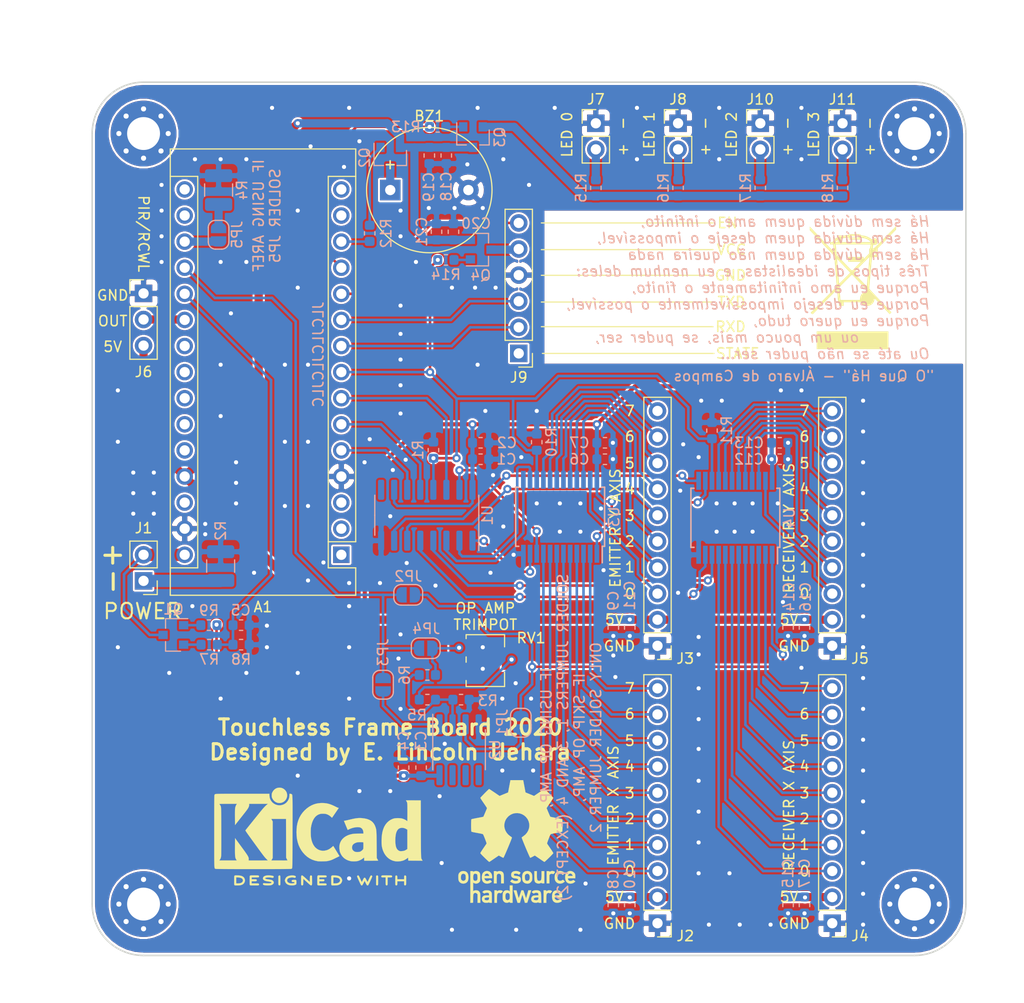
<source format=kicad_pcb>
(kicad_pcb (version 20171130) (host pcbnew 5.1.6-c6e7f7d~87~ubuntu18.04.1)
  (title_block (title "Touchless Frame Main Board based on Arduino Nano") (date 2020-08-09) (rev "Rev 1.0.0") (company "E. Lincoln Uehara"))
  (layers (0 F.Cu signal) (31 B.Cu signal) (34 B.Paste user) (35 F.Paste user) (36 B.SilkS user) (37 F.SilkS user) (38 B.Mask user) (39 F.Mask user) (44 Edge.Cuts user))
  (net 0 "")
  (net 1 "Net-(A1-Pad1)")
  (net 2 "Net-(A1-Pad17)")
  (net 3 "Net-(A1-Pad2)")
  (net 4 "Net-(A1-Pad18)")
  (net 5 "Net-(A1-Pad3)")
  (net 6 RCV_SIG)
  (net 7 GNDD)
  (net 8 BAT_MES)
  (net 9 595_CLK)
  (net 10 PIR_RCWL)
  (net 11 595_LATCH)
  (net 12 "Net-(A1-Pad22)")
  (net 13 595_DATA)
  (net 14 "Net-(A1-Pad23)")
  (net 15 PERIPH_EN)
  (net 16 "Net-(A1-Pad24)")
  (net 17 BT_RXD)
  (net 18 "Net-(A1-Pad25)")
  (net 19 BT_TXD)
  (net 20 "Net-(A1-Pad26)")
  (net 21 BT_AT)
  (net 22 5V)
  (net 23 LEDS_PWM)
  (net 24 "Net-(A1-Pad28)")
  (net 25 BUZZER)
  (net 26 "Net-(A1-Pad14)")
  (net 27 VCC)
  (net 28 "Net-(A1-Pad15)")
  (net 29 "Net-(A1-Pad16)")
  (net 30 "Net-(BZ1-Pad1)")
  (net 31 GNDPWR)
  (net 32 X_EMIT7)
  (net 33 X_EMIT6)
  (net 34 X_EMIT5)
  (net 35 X_EMIT4)
  (net 36 X_EMIT3)
  (net 37 X_EMIT2)
  (net 38 X_EMIT1)
  (net 39 X_EMIT0)
  (net 40 Y_EMIT7)
  (net 41 Y_EMIT6)
  (net 42 Y_EMIT5)
  (net 43 Y_EMIT4)
  (net 44 Y_EMIT3)
  (net 45 Y_EMIT2)
  (net 46 Y_EMIT1)
  (net 47 Y_EMIT0)
  (net 48 X_RCV0)
  (net 49 X_RCV1)
  (net 50 X_RCV2)
  (net 51 X_RCV3)
  (net 52 X_RCV4)
  (net 53 X_RCV5)
  (net 54 X_RCV6)
  (net 55 X_RCV7)
  (net 56 Y_RCV0)
  (net 57 Y_RCV1)
  (net 58 Y_RCV2)
  (net 59 Y_RCV3)
  (net 60 Y_RCV4)
  (net 61 Y_RCV5)
  (net 62 Y_RCV6)
  (net 63 Y_RCV7)
  (net 64 "Net-(J7-Pad2)")
  (net 65 "Net-(J8-Pad2)")
  (net 66 "Net-(J9-Pad1)")
  (net 67 "Net-(J9-Pad5)")
  (net 68 "Net-(J10-Pad2)")
  (net 69 "Net-(J11-Pad2)")
  (net 70 "Net-(JP1-Pad2)")
  (net 71 OP_AMP)
  (net 72 "Net-(JP3-Pad1)")
  (net 73 "Net-(JP4-Pad2)")
  (net 74 GNDA)
  (net 75 "Net-(Q1-Pad2)")
  (net 76 "Net-(Q1-Pad1)")
  (net 77 "Net-(Q2-Pad1)")
  (net 78 "Net-(Q3-Pad1)")
  (net 79 LEDS)
  (net 80 "Net-(Q4-Pad1)")
  (net 81 "Net-(R3-Pad1)")
  (net 82 "Net-(R5-Pad1)")
  (net 83 "Net-(RV1-Pad3)")
  (net 84 MUX0_S1)
  (net 85 MUX0_S2)
  (net 86 MUX0_S3)
  (net 87 MUX1_S0)
  (net 88 MUX1_S1)
  (net 89 MUX1_S2)
  (net 90 MUX1_S3)
  (net 91 "Net-(U1-Pad9)")
  (net 92 MUX0_S0)
  (net 93 "Net-(U2-Pad5)")
  (net 94 "Net-(U2-Pad6)")
  (net 95 "Net-(U2-Pad7)")
  (module Symbol:WEEE-Logo_8.4x12mm_SilkScreen (layer F.Cu) (at 159 65)
    (fp_text reference REF** hide)
    (fp_text value WEEE-Logo_8.4x12mm_SilkScreen hide)
  )
  (module MountingHole:MountingHole_3.2mm_M3_Pad_Via (layer F.Cu) (at 165 125)
    (fp_text reference "" (at 0 -4.2) (layer F.SilkS))
    (fp_text value MountingHole_3.2mm_M3_Pad_Via)
    (pad 1 thru_hole circle (at 0 0) (size 6.4 6.4) (drill 3.2) (layers *.Cu *.Mask))
    (pad 1 thru_hole circle (at 2.4 0) (size 0.8 0.8) (drill 0.5) (layers *.Cu *.Mask))
    (pad 1 thru_hole circle (at 1.697056 1.697056) (size 0.8 0.8) (drill 0.5) (layers *.Cu *.Mask))
    (pad 1 thru_hole circle (at 0 2.4) (size 0.8 0.8) (drill 0.5) (layers *.Cu *.Mask))
    (pad 1 thru_hole circle (at -1.697056 1.697056) (size 0.8 0.8) (drill 0.5) (layers *.Cu *.Mask))
    (pad 1 thru_hole circle (at -2.4 0) (size 0.8 0.8) (drill 0.5) (layers *.Cu *.Mask))
    (pad 1 thru_hole circle (at -1.697056 -1.697056) (size 0.8 0.8) (drill 0.5) (layers *.Cu *.Mask))
    (pad 1 thru_hole circle (at 0 -2.4) (size 0.8 0.8) (drill 0.5) (layers *.Cu *.Mask))
    (pad 1 thru_hole circle (at 1.697056 -1.697056) (size 0.8 0.8) (drill 0.5) (layers *.Cu *.Mask))
  )
  (module MountingHole:MountingHole_3.2mm_M3_Pad_Via (layer F.Cu) (at 90 125)
    (fp_text reference "" (at 0 -4.2) (layer F.SilkS))
    (fp_text value MountingHole_3.2mm_M3_Pad_Via)
    (pad 1 thru_hole circle (at 0 0) (size 6.4 6.4) (drill 3.2) (layers *.Cu *.Mask))
    (pad 1 thru_hole circle (at 2.4 0) (size 0.8 0.8) (drill 0.5) (layers *.Cu *.Mask))
    (pad 1 thru_hole circle (at 1.697056 1.697056) (size 0.8 0.8) (drill 0.5) (layers *.Cu *.Mask))
    (pad 1 thru_hole circle (at 0 2.4) (size 0.8 0.8) (drill 0.5) (layers *.Cu *.Mask))
    (pad 1 thru_hole circle (at -1.697056 1.697056) (size 0.8 0.8) (drill 0.5) (layers *.Cu *.Mask))
    (pad 1 thru_hole circle (at -2.4 0) (size 0.8 0.8) (drill 0.5) (layers *.Cu *.Mask))
    (pad 1 thru_hole circle (at -1.697056 -1.697056) (size 0.8 0.8) (drill 0.5) (layers *.Cu *.Mask))
    (pad 1 thru_hole circle (at 0 -2.4) (size 0.8 0.8) (drill 0.5) (layers *.Cu *.Mask))
    (pad 1 thru_hole circle (at 1.697056 -1.697056) (size 0.8 0.8) (drill 0.5) (layers *.Cu *.Mask))
  )
  (module MountingHole:MountingHole_3.2mm_M3_Pad_Via (layer F.Cu) (at 90 50)
    (fp_text reference "" (at 0 -4.2) (layer F.SilkS))
    (fp_text value MountingHole_3.2mm_M3_Pad_Via)
    (pad 1 thru_hole circle (at 0 0) (size 6.4 6.4) (drill 3.2) (layers *.Cu *.Mask))
    (pad 1 thru_hole circle (at 2.4 0) (size 0.8 0.8) (drill 0.5) (layers *.Cu *.Mask))
    (pad 1 thru_hole circle (at 1.697056 1.697056) (size 0.8 0.8) (drill 0.5) (layers *.Cu *.Mask))
    (pad 1 thru_hole circle (at 0 2.4) (size 0.8 0.8) (drill 0.5) (layers *.Cu *.Mask))
    (pad 1 thru_hole circle (at -1.697056 1.697056) (size 0.8 0.8) (drill 0.5) (layers *.Cu *.Mask))
    (pad 1 thru_hole circle (at -2.4 0) (size 0.8 0.8) (drill 0.5) (layers *.Cu *.Mask))
    (pad 1 thru_hole circle (at -1.697056 -1.697056) (size 0.8 0.8) (drill 0.5) (layers *.Cu *.Mask))
    (pad 1 thru_hole circle (at 0 -2.4) (size 0.8 0.8) (drill 0.5) (layers *.Cu *.Mask))
    (pad 1 thru_hole circle (at 1.697056 -1.697056) (size 0.8 0.8) (drill 0.5) (layers *.Cu *.Mask))
  )
  (module MountingHole:MountingHole_3.2mm_M3_Pad_Via (layer F.Cu) (at 165 50)
    (fp_text reference "" (at 0 -4.2) (layer F.SilkS))
    (fp_text value MountingHole_3.2mm_M3_Pad_Via)
    (pad 1 thru_hole circle (at 1.697056 -1.697056) (size 0.8 0.8) (drill 0.5) (layers *.Cu *.Mask))
    (pad 1 thru_hole circle (at 0 -2.4) (size 0.8 0.8) (drill 0.5) (layers *.Cu *.Mask))
    (pad 1 thru_hole circle (at -1.697056 -1.697056) (size 0.8 0.8) (drill 0.5) (layers *.Cu *.Mask))
    (pad 1 thru_hole circle (at -2.4 0) (size 0.8 0.8) (drill 0.5) (layers *.Cu *.Mask))
    (pad 1 thru_hole circle (at -1.697056 1.697056) (size 0.8 0.8) (drill 0.5) (layers *.Cu *.Mask))
    (pad 1 thru_hole circle (at 0 2.4) (size 0.8 0.8) (drill 0.5) (layers *.Cu *.Mask))
    (pad 1 thru_hole circle (at 1.697056 1.697056) (size 0.8 0.8) (drill 0.5) (layers *.Cu *.Mask))
    (pad 1 thru_hole circle (at 2.4 0) (size 0.8 0.8) (drill 0.5) (layers *.Cu *.Mask))
    (pad 1 thru_hole circle (at 0 0) (size 6.4 6.4) (drill 3.2) (layers *.Cu *.Mask))
  )
  (module Potentiometer_SMD:Potentiometer_Bourns_3214X_Vertical (layer F.Cu) (at 123.25 101.2 90)
    (fp_text reference RV1 (at 2.1 4.45) (layer F.SilkS))
    (fp_text value R_POT)
    (pad 1 smd rect (at 1.15 -2.55 90) (size 1.3 1.9) (layers F.Cu F.Paste F.Mask) (net 73 "Net-(JP4-Pad2)"))
    (pad 2 smd rect (at 0 2.55 90) (size 2 1.9) (layers F.Cu F.Paste F.Mask) (net 82 "Net-(R5-Pad1)"))
    (pad 3 smd rect (at -1.15 -2.55 90) (size 1.3 1.9) (layers F.Cu F.Paste F.Mask) (net 83 "Net-(RV1-Pad3)"))
  )
  (module Symbol:OSHW-Logo_11.4x12mm_SilkScreen (layer F.Cu) (at 126.3 118.9)
    (fp_text reference REF** hide)
    (fp_text value OSHW-Logo_11.4x12mm_SilkScreen hide)
  )
  (module Symbol:KiCad-Logo2_8mm_SilkScreen (layer F.Cu) (at 107 117.6)
    (fp_text reference REF** hide)
    (fp_text value KiCad-Logo2_8mm_SilkScreen hide)
  )
  (module Capacitor_SMD:C_0603_1608Metric (layer B.Cu) (at 118.5 59.5625 270)
    (fp_text reference C21 (at 0 1.43 90) (layer B.SilkS) (effects (justify mirror)))
    (fp_text value 10uF)
    (pad 2 smd roundrect (at 0.7875 0 270) (size 0.875 0.95) (layers B.Cu B.Paste B.Mask) (net 22 5V))
    (pad 1 smd roundrect (at -0.7875 0 270) (size 0.875 0.95) (layers B.Cu B.Paste B.Mask) (net 7 GNDD))
  )
  (module Capacitor_SMD:C_0603_1608Metric (layer B.Cu) (at 120.15 59.5625 270)
    (fp_text reference C20 (at -0.8125 -2.2 180) (layer B.SilkS) (effects (justify mirror)))
    (fp_text value 0.1uF)
    (pad 2 smd roundrect (at 0.7875 0 270) (size 0.875 0.95) (layers B.Cu B.Paste B.Mask) (net 22 5V))
    (pad 1 smd roundrect (at -0.7875 0 270) (size 0.875 0.95) (layers B.Cu B.Paste B.Mask) (net 7 GNDD))
  )
  (module Package_SO:SOIC-8_3.9x4.9mm_P1.27mm (layer B.Cu) (at 120.695 109.975 270)
    (fp_text reference U2 (at 0 -3.505 90) (layer B.SilkS) (effects (justify mirror)))
    (fp_text value LM358)
    (pad 8 smd roundrect (at 2.475 1.905 270) (size 1.95 0.6) (layers B.Cu B.Paste B.Mask) (net 22 5V))
    (pad 7 smd roundrect (at 2.475 0.635 270) (size 1.95 0.6) (layers B.Cu B.Paste B.Mask) (net 95 "Net-(U2-Pad7)"))
    (pad 6 smd roundrect (at 2.475 -0.635 270) (size 1.95 0.6) (layers B.Cu B.Paste B.Mask) (net 94 "Net-(U2-Pad6)"))
    (pad 5 smd roundrect (at 2.475 -1.905 270) (size 1.95 0.6) (layers B.Cu B.Paste B.Mask) (net 93 "Net-(U2-Pad5)"))
    (pad 4 smd roundrect (at -2.475 -1.905 270) (size 1.95 0.6) (layers B.Cu B.Paste B.Mask) (net 7 GNDD))
    (pad 3 smd roundrect (at -2.475 -0.635 270) (size 1.95 0.6) (layers B.Cu B.Paste B.Mask) (net 70 "Net-(JP1-Pad2)"))
    (pad 2 smd roundrect (at -2.475 0.635 270) (size 1.95 0.6) (layers B.Cu B.Paste B.Mask) (net 81 "Net-(R3-Pad1)"))
    (pad 1 smd roundrect (at -2.475 1.905 270) (size 1.95 0.6) (layers B.Cu B.Paste B.Mask) (net 72 "Net-(JP3-Pad1)"))
  )
  (module Package_SO:SOIC-16_3.9x9.9mm_P1.27mm (layer B.Cu) (at 117.555 87.15 90)
    (fp_text reference U1 (at 0 5.9 90) (layer B.SilkS) (effects (justify mirror)))
    (fp_text value 74HC595)
    (pad 16 smd roundrect (at 2.475 4.445 90) (size 1.95 0.6) (layers B.Cu B.Paste B.Mask) (net 22 5V))
    (pad 15 smd roundrect (at 2.475 3.175 90) (size 1.95 0.6) (layers B.Cu B.Paste B.Mask) (net 92 MUX0_S0))
    (pad 14 smd roundrect (at 2.475 1.905 90) (size 1.95 0.6) (layers B.Cu B.Paste B.Mask) (net 13 595_DATA))
    (pad 13 smd roundrect (at 2.475 0.635 90) (size 1.95 0.6) (layers B.Cu B.Paste B.Mask) (net 15 PERIPH_EN))
    (pad 12 smd roundrect (at 2.475 -0.635 90) (size 1.95 0.6) (layers B.Cu B.Paste B.Mask) (net 11 595_LATCH))
    (pad 11 smd roundrect (at 2.475 -1.905 90) (size 1.95 0.6) (layers B.Cu B.Paste B.Mask) (net 9 595_CLK))
    (pad 10 smd roundrect (at 2.475 -3.175 90) (size 1.95 0.6) (layers B.Cu B.Paste B.Mask) (net 22 5V))
    (pad 9 smd roundrect (at 2.475 -4.445 90) (size 1.95 0.6) (layers B.Cu B.Paste B.Mask) (net 91 "Net-(U1-Pad9)"))
    (pad 8 smd roundrect (at -2.475 -4.445 90) (size 1.95 0.6) (layers B.Cu B.Paste B.Mask) (net 7 GNDD))
    (pad 7 smd roundrect (at -2.475 -3.175 90) (size 1.95 0.6) (layers B.Cu B.Paste B.Mask) (net 90 MUX1_S3))
    (pad 6 smd roundrect (at -2.475 -1.905 90) (size 1.95 0.6) (layers B.Cu B.Paste B.Mask) (net 89 MUX1_S2))
    (pad 5 smd roundrect (at -2.475 -0.635 90) (size 1.95 0.6) (layers B.Cu B.Paste B.Mask) (net 88 MUX1_S1))
    (pad 4 smd roundrect (at -2.475 0.635 90) (size 1.95 0.6) (layers B.Cu B.Paste B.Mask) (net 87 MUX1_S0))
    (pad 3 smd roundrect (at -2.475 1.905 90) (size 1.95 0.6) (layers B.Cu B.Paste B.Mask) (net 86 MUX0_S3))
    (pad 2 smd roundrect (at -2.475 3.175 90) (size 1.95 0.6) (layers B.Cu B.Paste B.Mask) (net 85 MUX0_S2))
    (pad 1 smd roundrect (at -2.475 4.445 90) (size 1.95 0.6) (layers B.Cu B.Paste B.Mask) (net 84 MUX0_S1))
  )
  (module Resistor_SMD:R_1210_3225Metric (layer B.Cu) (at 97.3 55.5 90)
    (fp_text reference R4 (at 0 2.28 90) (layer B.SilkS) (effects (justify mirror)))
    (fp_text value 0R)
    (pad 2 smd roundrect (at 1.4 0 90) (size 1.25 2.65) (layers B.Cu B.Paste B.Mask) (roundrect_rratio 0.2) (net 7 GNDD))
    (pad 1 smd roundrect (at -1.4 0 90) (size 1.25 2.65) (layers B.Cu B.Paste B.Mask) (roundrect_rratio 0.2) (net 74 GNDA))
  )
  (module Resistor_SMD:R_1210_3225Metric (layer B.Cu) (at 97.5 92.1 270)
    (fp_text reference R2 (at -3.45 0 90) (layer B.SilkS) (effects (justify mirror)))
    (fp_text value 0R)
    (pad 2 smd roundrect (at 1.4 0 270) (size 1.25 2.65) (layers B.Cu B.Paste B.Mask) (roundrect_rratio 0.2) (net 31 GNDPWR))
    (pad 1 smd roundrect (at -1.4 0 270) (size 1.25 2.65) (layers B.Cu B.Paste B.Mask) (roundrect_rratio 0.2) (net 7 GNDD))
  )
  (module Module:Arduino_Nano (layer F.Cu) (at 109.24 91 180)
    (fp_text reference A1 (at 7.62 -5.08) (layer F.SilkS))
    (fp_text value Arduino_Nano_v3.x)
    (pad 1 thru_hole rect (at 0 0 180) (size 1.6 1.6) (drill 1) (layers *.Cu *.Mask) (net 1 "Net-(A1-Pad1)"))
    (pad 17 thru_hole oval (at 15.24 33.02 180) (size 1.6 1.6) (drill 1) (layers *.Cu *.Mask) (net 2 "Net-(A1-Pad17)"))
    (pad 2 thru_hole oval (at 0 2.54 180) (size 1.6 1.6) (drill 1) (layers *.Cu *.Mask) (net 3 "Net-(A1-Pad2)"))
    (pad 18 thru_hole oval (at 15.24 30.48 180) (size 1.6 1.6) (drill 1) (layers *.Cu *.Mask) (net 4 "Net-(A1-Pad18)"))
    (pad 3 thru_hole oval (at 0 5.08 180) (size 1.6 1.6) (drill 1) (layers *.Cu *.Mask) (net 5 "Net-(A1-Pad3)"))
    (pad 19 thru_hole oval (at 15.24 27.94 180) (size 1.6 1.6) (drill 1) (layers *.Cu *.Mask) (net 6 RCV_SIG))
    (pad 4 thru_hole oval (at 0 7.62 180) (size 1.6 1.6) (drill 1) (layers *.Cu *.Mask) (net 7 GNDD))
    (pad 20 thru_hole oval (at 15.24 25.4 180) (size 1.6 1.6) (drill 1) (layers *.Cu *.Mask) (net 8 BAT_MES))
    (pad 5 thru_hole oval (at 0 10.16 180) (size 1.6 1.6) (drill 1) (layers *.Cu *.Mask) (net 9 595_CLK))
    (pad 21 thru_hole oval (at 15.24 22.86 180) (size 1.6 1.6) (drill 1) (layers *.Cu *.Mask) (net 10 PIR_RCWL))
    (pad 6 thru_hole oval (at 0 12.7 180) (size 1.6 1.6) (drill 1) (layers *.Cu *.Mask) (net 11 595_LATCH))
    (pad 22 thru_hole oval (at 15.24 20.32 180) (size 1.6 1.6) (drill 1) (layers *.Cu *.Mask) (net 12 "Net-(A1-Pad22)"))
    (pad 7 thru_hole oval (at 0 15.24 180) (size 1.6 1.6) (drill 1) (layers *.Cu *.Mask) (net 13 595_DATA))
    (pad 23 thru_hole oval (at 15.24 17.78 180) (size 1.6 1.6) (drill 1) (layers *.Cu *.Mask) (net 14 "Net-(A1-Pad23)"))
    (pad 8 thru_hole oval (at 0 17.78 180) (size 1.6 1.6) (drill 1) (layers *.Cu *.Mask) (net 15 PERIPH_EN))
    (pad 24 thru_hole oval (at 15.24 15.24 180) (size 1.6 1.6) (drill 1) (layers *.Cu *.Mask) (net 16 "Net-(A1-Pad24)"))
    (pad 9 thru_hole oval (at 0 20.32 180) (size 1.6 1.6) (drill 1) (layers *.Cu *.Mask) (net 17 BT_RXD))
    (pad 25 thru_hole oval (at 15.24 12.7 180) (size 1.6 1.6) (drill 1) (layers *.Cu *.Mask) (net 18 "Net-(A1-Pad25)"))
    (pad 10 thru_hole oval (at 0 22.86 180) (size 1.6 1.6) (drill 1) (layers *.Cu *.Mask) (net 19 BT_TXD))
    (pad 26 thru_hole oval (at 15.24 10.16 180) (size 1.6 1.6) (drill 1) (layers *.Cu *.Mask) (net 20 "Net-(A1-Pad26)"))
    (pad 11 thru_hole oval (at 0 25.4 180) (size 1.6 1.6) (drill 1) (layers *.Cu *.Mask) (net 21 BT_AT))
    (pad 27 thru_hole oval (at 15.24 7.62 180) (size 1.6 1.6) (drill 1) (layers *.Cu *.Mask) (net 22 5V))
    (pad 12 thru_hole oval (at 0 27.94 180) (size 1.6 1.6) (drill 1) (layers *.Cu *.Mask) (net 23 LEDS_PWM))
    (pad 28 thru_hole oval (at 15.24 5.08 180) (size 1.6 1.6) (drill 1) (layers *.Cu *.Mask) (net 24 "Net-(A1-Pad28)"))
    (pad 13 thru_hole oval (at 0 30.48 180) (size 1.6 1.6) (drill 1) (layers *.Cu *.Mask) (net 25 BUZZER))
    (pad 29 thru_hole oval (at 15.24 2.54 180) (size 1.6 1.6) (drill 1) (layers *.Cu *.Mask) (net 7 GNDD))
    (pad 14 thru_hole oval (at 0 33.02 180) (size 1.6 1.6) (drill 1) (layers *.Cu *.Mask) (net 26 "Net-(A1-Pad14)"))
    (pad 30 thru_hole oval (at 15.24 0 180) (size 1.6 1.6) (drill 1) (layers *.Cu *.Mask) (net 27 VCC))
    (pad 15 thru_hole oval (at 0 35.56 180) (size 1.6 1.6) (drill 1) (layers *.Cu *.Mask) (net 28 "Net-(A1-Pad15)"))
    (pad 16 thru_hole oval (at 15.24 35.56 180) (size 1.6 1.6) (drill 1) (layers *.Cu *.Mask) (net 29 "Net-(A1-Pad16)"))
  )
  (module Buzzer_Beeper:Buzzer_12x9.5RM7.6 (layer F.Cu) (at 114 55.5)
    (fp_text reference BZ1 (at 3.8 -7.2) (layer F.SilkS))
    (fp_text value Buzzer)
    (fp_text user + (at -0.01 -2.54) (layer F.SilkS))
    (pad 1 thru_hole rect (at 0 0) (size 2 2) (drill 1) (layers *.Cu *.Mask) (net 30 "Net-(BZ1-Pad1)"))
    (pad 2 thru_hole circle (at 7.6 0) (size 2 2) (drill 1) (layers *.Cu *.Mask) (net 7 GNDD))
  )
  (module Capacitor_SMD:C_0603_1608Metric (layer B.Cu) (at 122.7875 81.7 180)
    (fp_text reference C1 (at -2.5125 0) (layer B.SilkS) (effects (justify mirror)))
    (fp_text value 0.1uF)
    (pad 2 smd roundrect (at 0.7875 0 180) (size 0.875 0.95) (layers B.Cu B.Paste B.Mask) (net 22 5V))
    (pad 1 smd roundrect (at -0.7875 0 180) (size 0.875 0.95) (layers B.Cu B.Paste B.Mask) (net 7 GNDD))
  )
  (module Capacitor_SMD:C_0603_1608Metric (layer B.Cu) (at 122.7875 80.1 180)
    (fp_text reference C2 (at -2.5625 0) (layer B.SilkS) (effects (justify mirror)))
    (fp_text value 10uF)
    (pad 1 smd roundrect (at -0.7875 0 180) (size 0.875 0.95) (layers B.Cu B.Paste B.Mask) (net 7 GNDD))
    (pad 2 smd roundrect (at 0.7875 0 180) (size 0.875 0.95) (layers B.Cu B.Paste B.Mask) (net 22 5V))
  )
  (module Capacitor_SMD:C_0603_1608Metric (layer B.Cu) (at 117 111.7125 270)
    (fp_text reference C3 (at -2.6125 0 90) (layer B.SilkS) (effects (justify mirror)))
    (fp_text value 0.1uF)
    (pad 2 smd roundrect (at 0.7875 0 270) (size 0.875 0.95) (layers B.Cu B.Paste B.Mask) (net 22 5V))
    (pad 1 smd roundrect (at -0.7875 0 270) (size 0.875 0.95) (layers B.Cu B.Paste B.Mask) (net 7 GNDD))
  )
  (module Capacitor_SMD:C_0603_1608Metric (layer B.Cu) (at 115.3 111.7125 90)
    (fp_text reference C4 (at 2.6125 0 90) (layer B.SilkS) (effects (justify mirror)))
    (fp_text value 10uF)
    (pad 1 smd roundrect (at -0.7875 0 90) (size 0.875 0.95) (layers B.Cu B.Paste B.Mask) (net 22 5V))
    (pad 2 smd roundrect (at 0.7875 0 90) (size 0.875 0.95) (layers B.Cu B.Paste B.Mask) (net 7 GNDD))
  )
  (module Capacitor_SMD:C_0603_1608Metric (layer B.Cu) (at 99.4875 97.85)
    (fp_text reference C5 (at -0.0375 -1.45) (layer B.SilkS) (effects (justify mirror)))
    (fp_text value 0.1uF)
    (pad 1 smd roundrect (at -0.7875 0) (size 0.875 0.95) (layers B.Cu B.Paste B.Mask) (net 8 BAT_MES))
    (pad 2 smd roundrect (at 0.7875 0) (size 0.875 0.95) (layers B.Cu B.Paste B.Mask) (net 7 GNDD))
  )
  (module Capacitor_SMD:C_0603_1608Metric (layer B.Cu) (at 134.8875 81.7 180)
    (fp_text reference C6 (at 2.4875 0) (layer B.SilkS) (effects (justify mirror)))
    (fp_text value 0.1uF)
    (pad 2 smd roundrect (at 0.7875 0 180) (size 0.875 0.95) (layers B.Cu B.Paste B.Mask) (net 22 5V))
    (pad 1 smd roundrect (at -0.7875 0 180) (size 0.875 0.95) (layers B.Cu B.Paste B.Mask) (net 7 GNDD))
  )
  (module Capacitor_SMD:C_0603_1608Metric (layer B.Cu) (at 134.8875 80.1 180)
    (fp_text reference C7 (at 2.4875 0) (layer B.SilkS) (effects (justify mirror)))
    (fp_text value 10uF)
    (pad 1 smd roundrect (at -0.7875 0 180) (size 0.875 0.95) (layers B.Cu B.Paste B.Mask) (net 7 GNDD))
    (pad 2 smd roundrect (at 0.7875 0 180) (size 0.875 0.95) (layers B.Cu B.Paste B.Mask) (net 22 5V))
  )
  (module Capacitor_SMD:C_0603_1608Metric (layer B.Cu) (at 135.7 125.0875 90)
    (fp_text reference C8 (at 2.5125 0 270) (layer B.SilkS) (effects (justify mirror)))
    (fp_text value 10uF)
    (pad 1 smd roundrect (at -0.7875 0 90) (size 0.875 0.95) (layers B.Cu B.Paste B.Mask) (net 7 GNDD))
    (pad 2 smd roundrect (at 0.7875 0 90) (size 0.875 0.95) (layers B.Cu B.Paste B.Mask) (net 22 5V))
  )
  (module Capacitor_SMD:C_0603_1608Metric (layer B.Cu) (at 135.7 98.0875 90)
    (fp_text reference C9 (at 2.6125 0 90) (layer B.SilkS) (effects (justify mirror)))
    (fp_text value 10uF)
    (pad 1 smd roundrect (at -0.7875 0 90) (size 0.875 0.95) (layers B.Cu B.Paste B.Mask) (net 7 GNDD))
    (pad 2 smd roundrect (at 0.7875 0 90) (size 0.875 0.95) (layers B.Cu B.Paste B.Mask) (net 22 5V))
  )
  (module Capacitor_SMD:C_0603_1608Metric (layer B.Cu) (at 137.3 125.0875 90)
    (fp_text reference C10 (at 3.0125 0 90) (layer B.SilkS) (effects (justify mirror)))
    (fp_text value 0.1uF)
    (pad 2 smd roundrect (at 0.7875 0 90) (size 0.875 0.95) (layers B.Cu B.Paste B.Mask) (net 22 5V))
    (pad 1 smd roundrect (at -0.7875 0 90) (size 0.875 0.95) (layers B.Cu B.Paste B.Mask) (net 7 GNDD))
  )
  (module Capacitor_SMD:C_0603_1608Metric (layer B.Cu) (at 137.3 98.0875 90)
    (fp_text reference C11 (at 3.1125 0 90) (layer B.SilkS) (effects (justify mirror)))
    (fp_text value 0.1uF)
    (pad 2 smd roundrect (at 0.7875 0 90) (size 0.875 0.95) (layers B.Cu B.Paste B.Mask) (net 22 5V))
    (pad 1 smd roundrect (at -0.7875 0 90) (size 0.875 0.95) (layers B.Cu B.Paste B.Mask) (net 7 GNDD))
  )
  (module Capacitor_SMD:C_0603_1608Metric (layer B.Cu) (at 151.8875 81.7 180)
    (fp_text reference C12 (at 2.9875 0) (layer B.SilkS) (effects (justify mirror)))
    (fp_text value 0.1uF)
    (pad 2 smd roundrect (at 0.7875 0 180) (size 0.875 0.95) (layers B.Cu B.Paste B.Mask) (net 22 5V))
    (pad 1 smd roundrect (at -0.7875 0 180) (size 0.875 0.95) (layers B.Cu B.Paste B.Mask) (net 7 GNDD))
  )
  (module Capacitor_SMD:C_0603_1608Metric (layer B.Cu) (at 151.8875 80.1 180)
    (fp_text reference C13 (at 2.9875 0) (layer B.SilkS) (effects (justify mirror)))
    (fp_text value 10uF)
    (pad 1 smd roundrect (at -0.7875 0 180) (size 0.875 0.95) (layers B.Cu B.Paste B.Mask) (net 7 GNDD))
    (pad 2 smd roundrect (at 0.7875 0 180) (size 0.875 0.95) (layers B.Cu B.Paste B.Mask) (net 22 5V))
  )
  (module Capacitor_SMD:C_0603_1608Metric (layer B.Cu) (at 152.7 98.0875 90)
    (fp_text reference C14 (at 2.9875 0.1 90) (layer B.SilkS) (effects (justify mirror)))
    (fp_text value 10uF)
    (pad 1 smd roundrect (at -0.7875 0 90) (size 0.875 0.95) (layers B.Cu B.Paste B.Mask) (net 7 GNDD))
    (pad 2 smd roundrect (at 0.7875 0 90) (size 0.875 0.95) (layers B.Cu B.Paste B.Mask) (net 22 5V))
  )
  (module Capacitor_SMD:C_0603_1608Metric (layer B.Cu) (at 152.7 125.0875 90)
    (fp_text reference C15 (at 3.0875 0 90) (layer B.SilkS) (effects (justify mirror)))
    (fp_text value 10uF)
    (pad 1 smd roundrect (at -0.7875 0 90) (size 0.875 0.95) (layers B.Cu B.Paste B.Mask) (net 7 GNDD))
    (pad 2 smd roundrect (at 0.7875 0 90) (size 0.875 0.95) (layers B.Cu B.Paste B.Mask) (net 22 5V))
  )
  (module Capacitor_SMD:C_0603_1608Metric (layer B.Cu) (at 154.3 98.0875 90)
    (fp_text reference C16 (at 2.9875 0.1 90) (layer B.SilkS) (effects (justify mirror)))
    (fp_text value 0.1uF)
    (pad 2 smd roundrect (at 0.7875 0 90) (size 0.875 0.95) (layers B.Cu B.Paste B.Mask) (net 22 5V))
    (pad 1 smd roundrect (at -0.7875 0 90) (size 0.875 0.95) (layers B.Cu B.Paste B.Mask) (net 7 GNDD))
  )
  (module Capacitor_SMD:C_0603_1608Metric (layer B.Cu) (at 154.3 125.0875 90)
    (fp_text reference C17 (at 3.0875 0 90) (layer B.SilkS) (effects (justify mirror)))
    (fp_text value 0.1uF)
    (pad 2 smd roundrect (at 0.7875 0 90) (size 0.875 0.95) (layers B.Cu B.Paste B.Mask) (net 22 5V))
    (pad 1 smd roundrect (at -0.7875 0 90) (size 0.875 0.95) (layers B.Cu B.Paste B.Mask) (net 7 GNDD))
  )
  (module Capacitor_SMD:C_0603_1608Metric (layer B.Cu) (at 119.45 52.1375 90)
    (fp_text reference C18 (at -3.0125 0 90) (layer B.SilkS) (effects (justify mirror)))
    (fp_text value 0.1uF)
    (pad 2 smd roundrect (at 0.7875 0 90) (size 0.875 0.95) (layers B.Cu B.Paste B.Mask) (net 22 5V))
    (pad 1 smd roundrect (at -0.7875 0 90) (size 0.875 0.95) (layers B.Cu B.Paste B.Mask) (net 7 GNDD))
  )
  (module Capacitor_SMD:C_0603_1608Metric (layer B.Cu) (at 117.8 52.1375 90)
    (fp_text reference C19 (at -3.0625 -0.05 90) (layer B.SilkS) (effects (justify mirror)))
    (fp_text value 10uF)
    (pad 1 smd roundrect (at -0.7875 0 90) (size 0.875 0.95) (layers B.Cu B.Paste B.Mask) (net 7 GNDD))
    (pad 2 smd roundrect (at 0.7875 0 90) (size 0.875 0.95) (layers B.Cu B.Paste B.Mask) (net 22 5V))
  )
  (module Connector_PinHeader_2.54mm:PinHeader_1x02_P2.54mm_Vertical (layer F.Cu) (at 90 93.54 180)
    (fp_text reference J1 (at 0 5.14) (layer F.SilkS))
    (fp_text value Conn_01x02)
    (pad 2 thru_hole oval (at 0 2.54 180) (size 1.7 1.7) (drill 1) (layers *.Cu *.Mask) (net 27 VCC))
    (pad 1 thru_hole rect (at 0 0 180) (size 1.7 1.7) (drill 1) (layers *.Cu *.Mask) (net 31 GNDPWR))
  )
  (module Connector_PinHeader_2.54mm:PinHeader_1x10_P2.54mm_Vertical (layer F.Cu) (at 140 126.86 180)
    (fp_text reference J2 (at -2.7 -1.24) (layer F.SilkS))
    (fp_text value Conn_01x10)
    (pad 10 thru_hole oval (at 0 22.86 180) (size 1.7 1.7) (drill 1) (layers *.Cu *.Mask) (net 32 X_EMIT7))
    (pad 9 thru_hole oval (at 0 20.32 180) (size 1.7 1.7) (drill 1) (layers *.Cu *.Mask) (net 33 X_EMIT6))
    (pad 8 thru_hole oval (at 0 17.78 180) (size 1.7 1.7) (drill 1) (layers *.Cu *.Mask) (net 34 X_EMIT5))
    (pad 7 thru_hole oval (at 0 15.24 180) (size 1.7 1.7) (drill 1) (layers *.Cu *.Mask) (net 35 X_EMIT4))
    (pad 6 thru_hole oval (at 0 12.7 180) (size 1.7 1.7) (drill 1) (layers *.Cu *.Mask) (net 36 X_EMIT3))
    (pad 5 thru_hole oval (at 0 10.16 180) (size 1.7 1.7) (drill 1) (layers *.Cu *.Mask) (net 37 X_EMIT2))
    (pad 4 thru_hole oval (at 0 7.62 180) (size 1.7 1.7) (drill 1) (layers *.Cu *.Mask) (net 38 X_EMIT1))
    (pad 3 thru_hole oval (at 0 5.08 180) (size 1.7 1.7) (drill 1) (layers *.Cu *.Mask) (net 39 X_EMIT0))
    (pad 2 thru_hole oval (at 0 2.54 180) (size 1.7 1.7) (drill 1) (layers *.Cu *.Mask) (net 22 5V))
    (pad 1 thru_hole rect (at 0 0 180) (size 1.7 1.7) (drill 1) (layers *.Cu *.Mask) (net 7 GNDD))
  )
  (module Connector_PinHeader_2.54mm:PinHeader_1x10_P2.54mm_Vertical (layer F.Cu) (at 140 99.86 180)
    (fp_text reference J3 (at -2.7 -1.24) (layer F.SilkS))
    (fp_text value Conn_01x10)
    (pad 10 thru_hole oval (at 0 22.86 180) (size 1.7 1.7) (drill 1) (layers *.Cu *.Mask) (net 40 Y_EMIT7))
    (pad 9 thru_hole oval (at 0 20.32 180) (size 1.7 1.7) (drill 1) (layers *.Cu *.Mask) (net 41 Y_EMIT6))
    (pad 8 thru_hole oval (at 0 17.78 180) (size 1.7 1.7) (drill 1) (layers *.Cu *.Mask) (net 42 Y_EMIT5))
    (pad 7 thru_hole oval (at 0 15.24 180) (size 1.7 1.7) (drill 1) (layers *.Cu *.Mask) (net 43 Y_EMIT4))
    (pad 6 thru_hole oval (at 0 12.7 180) (size 1.7 1.7) (drill 1) (layers *.Cu *.Mask) (net 44 Y_EMIT3))
    (pad 5 thru_hole oval (at 0 10.16 180) (size 1.7 1.7) (drill 1) (layers *.Cu *.Mask) (net 45 Y_EMIT2))
    (pad 4 thru_hole oval (at 0 7.62 180) (size 1.7 1.7) (drill 1) (layers *.Cu *.Mask) (net 46 Y_EMIT1))
    (pad 3 thru_hole oval (at 0 5.08 180) (size 1.7 1.7) (drill 1) (layers *.Cu *.Mask) (net 47 Y_EMIT0))
    (pad 2 thru_hole oval (at 0 2.54 180) (size 1.7 1.7) (drill 1) (layers *.Cu *.Mask) (net 22 5V))
    (pad 1 thru_hole rect (at 0 0 180) (size 1.7 1.7) (drill 1) (layers *.Cu *.Mask) (net 7 GNDD))
  )
  (module Connector_PinHeader_2.54mm:PinHeader_1x10_P2.54mm_Vertical (layer F.Cu) (at 157 126.86 180)
    (fp_text reference J4 (at -2.7 -1.24) (layer F.SilkS))
    (fp_text value Conn_01x10)
    (pad 1 thru_hole rect (at 0 0 180) (size 1.7 1.7) (drill 1) (layers *.Cu *.Mask) (net 7 GNDD))
    (pad 2 thru_hole oval (at 0 2.54 180) (size 1.7 1.7) (drill 1) (layers *.Cu *.Mask) (net 22 5V))
    (pad 3 thru_hole oval (at 0 5.08 180) (size 1.7 1.7) (drill 1) (layers *.Cu *.Mask) (net 48 X_RCV0))
    (pad 4 thru_hole oval (at 0 7.62 180) (size 1.7 1.7) (drill 1) (layers *.Cu *.Mask) (net 49 X_RCV1))
    (pad 5 thru_hole oval (at 0 10.16 180) (size 1.7 1.7) (drill 1) (layers *.Cu *.Mask) (net 50 X_RCV2))
    (pad 6 thru_hole oval (at 0 12.7 180) (size 1.7 1.7) (drill 1) (layers *.Cu *.Mask) (net 51 X_RCV3))
    (pad 7 thru_hole oval (at 0 15.24 180) (size 1.7 1.7) (drill 1) (layers *.Cu *.Mask) (net 52 X_RCV4))
    (pad 8 thru_hole oval (at 0 17.78 180) (size 1.7 1.7) (drill 1) (layers *.Cu *.Mask) (net 53 X_RCV5))
    (pad 9 thru_hole oval (at 0 20.32 180) (size 1.7 1.7) (drill 1) (layers *.Cu *.Mask) (net 54 X_RCV6))
    (pad 10 thru_hole oval (at 0 22.86 180) (size 1.7 1.7) (drill 1) (layers *.Cu *.Mask) (net 55 X_RCV7))
  )
  (module Connector_PinHeader_2.54mm:PinHeader_1x10_P2.54mm_Vertical (layer F.Cu) (at 157 99.86 180)
    (fp_text reference J5 (at -2.7 -1.24) (layer F.SilkS))
    (fp_text value Conn_01x10)
    (pad 1 thru_hole rect (at 0 0 180) (size 1.7 1.7) (drill 1) (layers *.Cu *.Mask) (net 7 GNDD))
    (pad 2 thru_hole oval (at 0 2.54 180) (size 1.7 1.7) (drill 1) (layers *.Cu *.Mask) (net 22 5V))
    (pad 3 thru_hole oval (at 0 5.08 180) (size 1.7 1.7) (drill 1) (layers *.Cu *.Mask) (net 56 Y_RCV0))
    (pad 4 thru_hole oval (at 0 7.62 180) (size 1.7 1.7) (drill 1) (layers *.Cu *.Mask) (net 57 Y_RCV1))
    (pad 5 thru_hole oval (at 0 10.16 180) (size 1.7 1.7) (drill 1) (layers *.Cu *.Mask) (net 58 Y_RCV2))
    (pad 6 thru_hole oval (at 0 12.7 180) (size 1.7 1.7) (drill 1) (layers *.Cu *.Mask) (net 59 Y_RCV3))
    (pad 7 thru_hole oval (at 0 15.24 180) (size 1.7 1.7) (drill 1) (layers *.Cu *.Mask) (net 60 Y_RCV4))
    (pad 8 thru_hole oval (at 0 17.78 180) (size 1.7 1.7) (drill 1) (layers *.Cu *.Mask) (net 61 Y_RCV5))
    (pad 9 thru_hole oval (at 0 20.32 180) (size 1.7 1.7) (drill 1) (layers *.Cu *.Mask) (net 62 Y_RCV6))
    (pad 10 thru_hole oval (at 0 22.86 180) (size 1.7 1.7) (drill 1) (layers *.Cu *.Mask) (net 63 Y_RCV7))
  )
  (module Connector_PinHeader_2.54mm:PinHeader_1x03_P2.54mm_Vertical (layer F.Cu) (at 90 65.56)
    (fp_text reference J6 (at 0 7.64) (layer F.SilkS))
    (fp_text value Conn_01x03)
    (pad 1 thru_hole rect (at 0 0) (size 1.7 1.7) (drill 1) (layers *.Cu *.Mask) (net 7 GNDD))
    (pad 2 thru_hole oval (at 0 2.54) (size 1.7 1.7) (drill 1) (layers *.Cu *.Mask) (net 10 PIR_RCWL))
    (pad 3 thru_hole oval (at 0 5.08) (size 1.7 1.7) (drill 1) (layers *.Cu *.Mask) (net 22 5V))
  )
  (module Connector_PinHeader_2.54mm:PinHeader_1x02_P2.54mm_Vertical (layer F.Cu) (at 134 49)
    (fp_text reference J7 (at 0 -2.33) (layer F.SilkS))
    (fp_text value Conn_01x02)
    (pad 1 thru_hole rect (at 0 0) (size 1.7 1.7) (drill 1) (layers *.Cu *.Mask) (net 7 GNDD))
    (pad 2 thru_hole oval (at 0 2.54) (size 1.7 1.7) (drill 1) (layers *.Cu *.Mask) (net 64 "Net-(J7-Pad2)"))
  )
  (module Connector_PinHeader_2.54mm:PinHeader_1x02_P2.54mm_Vertical (layer F.Cu) (at 142 49)
    (fp_text reference J8 (at 0 -2.33) (layer F.SilkS))
    (fp_text value Conn_01x02)
    (pad 2 thru_hole oval (at 0 2.54) (size 1.7 1.7) (drill 1) (layers *.Cu *.Mask) (net 65 "Net-(J8-Pad2)"))
    (pad 1 thru_hole rect (at 0 0) (size 1.7 1.7) (drill 1) (layers *.Cu *.Mask) (net 7 GNDD))
  )
  (module Connector_PinHeader_2.54mm:PinHeader_1x06_P2.54mm_Vertical (layer F.Cu) (at 126.5 71.4 180)
    (fp_text reference J9 (at 0 -2.33) (layer F.SilkS))
    (fp_text value Conn_01x06)
    (pad 1 thru_hole rect (at 0 0 180) (size 1.7 1.7) (drill 1) (layers *.Cu *.Mask) (net 66 "Net-(J9-Pad1)"))
    (pad 2 thru_hole oval (at 0 2.54 180) (size 1.7 1.7) (drill 1) (layers *.Cu *.Mask) (net 17 BT_RXD))
    (pad 3 thru_hole oval (at 0 5.08 180) (size 1.7 1.7) (drill 1) (layers *.Cu *.Mask) (net 19 BT_TXD))
    (pad 4 thru_hole oval (at 0 7.62 180) (size 1.7 1.7) (drill 1) (layers *.Cu *.Mask) (net 7 GNDD))
    (pad 5 thru_hole oval (at 0 10.16 180) (size 1.7 1.7) (drill 1) (layers *.Cu *.Mask) (net 67 "Net-(J9-Pad5)"))
    (pad 6 thru_hole oval (at 0 12.7 180) (size 1.7 1.7) (drill 1) (layers *.Cu *.Mask) (net 21 BT_AT))
  )
  (module Connector_PinHeader_2.54mm:PinHeader_1x02_P2.54mm_Vertical (layer F.Cu) (at 150 49)
    (fp_text reference J10 (at 0 -2.33) (layer F.SilkS))
    (fp_text value Conn_01x02)
    (pad 1 thru_hole rect (at 0 0) (size 1.7 1.7) (drill 1) (layers *.Cu *.Mask) (net 7 GNDD))
    (pad 2 thru_hole oval (at 0 2.54) (size 1.7 1.7) (drill 1) (layers *.Cu *.Mask) (net 68 "Net-(J10-Pad2)"))
  )
  (module Connector_PinHeader_2.54mm:PinHeader_1x02_P2.54mm_Vertical (layer F.Cu) (at 158 49)
    (fp_text reference J11 (at 0 -2.33) (layer F.SilkS))
    (fp_text value Conn_01x02)
    (pad 1 thru_hole rect (at 0 0) (size 1.7 1.7) (drill 1) (layers *.Cu *.Mask) (net 7 GNDD))
    (pad 2 thru_hole oval (at 0 2.54) (size 1.7 1.7) (drill 1) (layers *.Cu *.Mask) (net 69 "Net-(J11-Pad2)"))
  )
  (module Jumper:SolderJumper-2_P1.3mm_Open_RoundedPad1.0x1.5mm (layer B.Cu) (at 126.7 107.35 270)
    (fp_text reference JP1 (at 0 1.8 90) (layer B.SilkS) (effects (justify mirror)))
    (fp_text value SolderJumper_2_Open)
    (pad 2 smd custom (at 0.65 0 270) (size 1 0.5) (layers B.Cu B.Mask) (net 70 "Net-(JP1-Pad2)") (options (clearance outline) (anchor rect)) (primitives (gr_circle (center 0 -0.25) (end 0.5 -0.25) (width 0)) (gr_circle (center 0 0.25) (end 0.5 0.25) (width 0)) (gr_poly (pts (xy 0 0.75) (xy -0.5 0.75) (xy -0.5 -0.75) (xy 0 -0.75)) (width 0))))
    (pad 1 smd custom (at -0.65 0 270) (size 1 0.5) (layers B.Cu B.Mask) (net 71 OP_AMP) (options (clearance outline) (anchor rect)) (primitives (gr_circle (center 0 -0.25) (end 0.5 -0.25) (width 0)) (gr_circle (center 0 0.25) (end 0.5 0.25) (width 0)) (gr_poly (pts (xy 0 0.75) (xy 0.5 0.75) (xy 0.5 -0.75) (xy 0 -0.75)) (width 0))))
  )
  (module Jumper:SolderJumper-2_P1.3mm_Open_RoundedPad1.0x1.5mm (layer B.Cu) (at 115.75 94.9 180)
    (fp_text reference JP2 (at 0 1.8) (layer B.SilkS) (effects (justify mirror)))
    (fp_text value SolderJumper_2_Open)
    (pad 1 smd custom (at -0.65 0 180) (size 1 0.5) (layers B.Cu B.Mask) (net 71 OP_AMP) (options (clearance outline) (anchor rect)) (primitives (gr_circle (center 0 -0.25) (end 0.5 -0.25) (width 0)) (gr_circle (center 0 0.25) (end 0.5 0.25) (width 0)) (gr_poly (pts (xy 0 0.75) (xy 0.5 0.75) (xy 0.5 -0.75) (xy 0 -0.75)) (width 0))))
    (pad 2 smd custom (at 0.65 0 180) (size 1 0.5) (layers B.Cu B.Mask) (net 6 RCV_SIG) (options (clearance outline) (anchor rect)) (primitives (gr_circle (center 0 -0.25) (end 0.5 -0.25) (width 0)) (gr_circle (center 0 0.25) (end 0.5 0.25) (width 0)) (gr_poly (pts (xy 0 0.75) (xy -0.5 0.75) (xy -0.5 -0.75) (xy 0 -0.75)) (width 0))))
  )
  (module Jumper:SolderJumper-2_P1.3mm_Open_RoundedPad1.0x1.5mm (layer B.Cu) (at 113.3 103.65 90)
    (fp_text reference JP3 (at 3.15 0 90) (layer B.SilkS) (effects (justify mirror)))
    (fp_text value SolderJumper_2_Open)
    (pad 2 smd custom (at 0.65 0 90) (size 1 0.5) (layers B.Cu B.Mask) (net 6 RCV_SIG) (options (clearance outline) (anchor rect)) (primitives (gr_circle (center 0 -0.25) (end 0.5 -0.25) (width 0)) (gr_circle (center 0 0.25) (end 0.5 0.25) (width 0)) (gr_poly (pts (xy 0 0.75) (xy -0.5 0.75) (xy -0.5 -0.75) (xy 0 -0.75)) (width 0))))
    (pad 1 smd custom (at -0.65 0 90) (size 1 0.5) (layers B.Cu B.Mask) (net 72 "Net-(JP3-Pad1)") (options (clearance outline) (anchor rect)) (primitives (gr_circle (center 0 -0.25) (end 0.5 -0.25) (width 0)) (gr_circle (center 0 0.25) (end 0.5 0.25) (width 0)) (gr_poly (pts (xy 0 0.75) (xy 0.5 0.75) (xy 0.5 -0.75) (xy 0 -0.75)) (width 0))))
  )
  (module Jumper:SolderJumper-2_P1.3mm_Open_RoundedPad1.0x1.5mm (layer B.Cu) (at 117.45 100.1)
    (fp_text reference JP4 (at 0.05 -1.9) (layer B.SilkS) (effects (justify mirror)))
    (fp_text value SolderJumper_2_Open)
    (pad 1 smd custom (at -0.65 0) (size 1 0.5) (layers B.Cu B.Mask) (net 6 RCV_SIG) (options (clearance outline) (anchor rect)) (primitives (gr_circle (center 0 -0.25) (end 0.5 -0.25) (width 0)) (gr_circle (center 0 0.25) (end 0.5 0.25) (width 0)) (gr_poly (pts (xy 0 0.75) (xy 0.5 0.75) (xy 0.5 -0.75) (xy 0 -0.75)) (width 0))))
    (pad 2 smd custom (at 0.65 0) (size 1 0.5) (layers B.Cu B.Mask) (net 73 "Net-(JP4-Pad2)") (options (clearance outline) (anchor rect)) (primitives (gr_circle (center 0 -0.25) (end 0.5 -0.25) (width 0)) (gr_circle (center 0 0.25) (end 0.5 0.25) (width 0)) (gr_poly (pts (xy 0 0.75) (xy -0.5 0.75) (xy -0.5 -0.75) (xy 0 -0.75)) (width 0))))
  )
  (module Jumper:SolderJumper-2_P1.3mm_Open_RoundedPad1.0x1.5mm (layer B.Cu) (at 97.3 59.85 90)
    (fp_text reference JP5 (at 0 1.8 270) (layer B.SilkS) (effects (justify mirror)))
    (fp_text value SolderJumper_2_Open)
    (pad 1 smd custom (at -0.65 0 90) (size 1 0.5) (layers B.Cu B.Mask) (net 4 "Net-(A1-Pad18)") (options (clearance outline) (anchor rect)) (primitives (gr_circle (center 0 -0.25) (end 0.5 -0.25) (width 0)) (gr_circle (center 0 0.25) (end 0.5 0.25) (width 0)) (gr_poly (pts (xy 0 0.75) (xy 0.5 0.75) (xy 0.5 -0.75) (xy 0 -0.75)) (width 0))))
    (pad 2 smd custom (at 0.65 0 90) (size 1 0.5) (layers B.Cu B.Mask) (net 74 GNDA) (options (clearance outline) (anchor rect)) (primitives (gr_circle (center 0 -0.25) (end 0.5 -0.25) (width 0)) (gr_circle (center 0 0.25) (end 0.5 0.25) (width 0)) (gr_poly (pts (xy 0 0.75) (xy -0.5 0.75) (xy -0.5 -0.75) (xy 0 -0.75)) (width 0))))
  )
  (module Package_TO_SOT_SMD:SOT-23 (layer B.Cu) (at 92.9 98.8 180)
    (fp_text reference Q1 (at 0 2.5) (layer B.SilkS) (effects (justify mirror)))
    (fp_text value BC817)
    (pad 3 smd rect (at 1 0 180) (size 0.9 0.8) (layers B.Cu B.Paste B.Mask) (net 27 VCC))
    (pad 2 smd rect (at -1 -0.95 180) (size 0.9 0.8) (layers B.Cu B.Paste B.Mask) (net 75 "Net-(Q1-Pad2)"))
    (pad 1 smd rect (at -1 0.95 180) (size 0.9 0.8) (layers B.Cu B.Paste B.Mask) (net 76 "Net-(Q1-Pad1)"))
  )
  (module Package_TO_SOT_SMD:SOT-23 (layer B.Cu) (at 114 52.35 270)
    (fp_text reference Q2 (at 0 2.5 270) (layer B.SilkS) (effects (justify mirror)))
    (fp_text value BC807)
    (pad 3 smd rect (at 1 0 270) (size 0.9 0.8) (layers B.Cu B.Paste B.Mask) (net 30 "Net-(BZ1-Pad1)"))
    (pad 2 smd rect (at -1 -0.95 270) (size 0.9 0.8) (layers B.Cu B.Paste B.Mask) (net 22 5V))
    (pad 1 smd rect (at -1 0.95 270) (size 0.9 0.8) (layers B.Cu B.Paste B.Mask) (net 77 "Net-(Q2-Pad1)"))
  )
  (module Package_TO_SOT_SMD:SOT-23 (layer B.Cu) (at 122.05 50.35 270)
    (fp_text reference Q3 (at 0 -2.6 90) (layer B.SilkS) (effects (justify mirror)))
    (fp_text value BC817)
    (pad 1 smd rect (at -1 0.95 270) (size 0.9 0.8) (layers B.Cu B.Paste B.Mask) (net 78 "Net-(Q3-Pad1)"))
    (pad 2 smd rect (at -1 -0.95 270) (size 0.9 0.8) (layers B.Cu B.Paste B.Mask) (net 79 LEDS))
    (pad 3 smd rect (at 1 0 270) (size 0.9 0.8) (layers B.Cu B.Paste B.Mask) (net 22 5V))
  )
  (module Package_TO_SOT_SMD:SOT-23 (layer B.Cu) (at 122.8 61.3)
    (fp_text reference Q4 (at 0 2.5) (layer B.SilkS) (effects (justify mirror)))
    (fp_text value BC807)
    (pad 1 smd rect (at -1 0.95) (size 0.9 0.8) (layers B.Cu B.Paste B.Mask) (net 80 "Net-(Q4-Pad1)"))
    (pad 2 smd rect (at -1 -0.95) (size 0.9 0.8) (layers B.Cu B.Paste B.Mask) (net 22 5V))
    (pad 3 smd rect (at 1 0) (size 0.9 0.8) (layers B.Cu B.Paste B.Mask) (net 67 "Net-(J9-Pad5)"))
  )
  (module Resistor_SMD:R_0603_1608Metric (layer B.Cu) (at 118.2 80.8125 90)
    (fp_text reference R1 (at 0.0125 -1.5 90) (layer B.SilkS) (effects (justify mirror)))
    (fp_text value 10k)
    (pad 2 smd roundrect (at 0.7875 0 90) (size 0.875 0.95) (layers B.Cu B.Paste B.Mask) (net 7 GNDD))
    (pad 1 smd roundrect (at -0.7875 0 90) (size 0.875 0.95) (layers B.Cu B.Paste B.Mask) (net 15 PERIPH_EN))
  )
  (module Resistor_SMD:R_0603_1608Metric (layer B.Cu) (at 120.8875 105.1)
    (fp_text reference R3 (at 2.6125 0.1) (layer B.SilkS) (effects (justify mirror)))
    (fp_text value 1k)
    (pad 2 smd roundrect (at 0.7875 0) (size 0.875 0.95) (layers B.Cu B.Paste B.Mask) (net 7 GNDD))
    (pad 1 smd roundrect (at -0.7875 0) (size 0.875 0.95) (layers B.Cu B.Paste B.Mask) (net 81 "Net-(R3-Pad1)"))
  )
  (module Resistor_SMD:R_0603_1608Metric (layer B.Cu) (at 117.6125 105.1)
    (fp_text reference R5 (at -1.0125 1.5) (layer B.SilkS) (effects (justify mirror)))
    (fp_text value 1k)
    (pad 2 smd roundrect (at 0.7875 0) (size 0.875 0.95) (layers B.Cu B.Paste B.Mask) (net 81 "Net-(R3-Pad1)"))
    (pad 1 smd roundrect (at -0.7875 0) (size 0.875 0.95) (layers B.Cu B.Paste B.Mask) (net 82 "Net-(R5-Pad1)"))
  )
  (module Resistor_SMD:R_0603_1608Metric (layer B.Cu) (at 117.6125 102.7 180)
    (fp_text reference R6 (at 2.2125 0 90) (layer B.SilkS) (effects (justify mirror)))
    (fp_text value 10k)
    (pad 1 smd roundrect (at -0.7875 0 180) (size 0.875 0.95) (layers B.Cu B.Paste B.Mask) (net 73 "Net-(JP4-Pad2)"))
    (pad 2 smd roundrect (at 0.7875 0 180) (size 0.875 0.95) (layers B.Cu B.Paste B.Mask) (net 81 "Net-(R3-Pad1)"))
  )
  (module Resistor_SMD:R_0603_1608Metric (layer B.Cu) (at 96.3875 99.75)
    (fp_text reference R7 (at 0 1.43) (layer B.SilkS) (effects (justify mirror)))
    (fp_text value 2.2M)
    (pad 2 smd roundrect (at 0.7875 0) (size 0.875 0.95) (layers B.Cu B.Paste B.Mask) (net 8 BAT_MES))
    (pad 1 smd roundrect (at -0.7875 0) (size 0.875 0.95) (layers B.Cu B.Paste B.Mask) (net 75 "Net-(Q1-Pad2)"))
  )
  (module Resistor_SMD:R_0603_1608Metric (layer B.Cu) (at 99.4875 99.75)
    (fp_text reference R8 (at 0 1.43) (layer B.SilkS) (effects (justify mirror)))
    (fp_text value 1M)
    (pad 1 smd roundrect (at -0.7875 0) (size 0.875 0.95) (layers B.Cu B.Paste B.Mask) (net 8 BAT_MES))
    (pad 2 smd roundrect (at 0.7875 0) (size 0.875 0.95) (layers B.Cu B.Paste B.Mask) (net 7 GNDD))
  )
  (module Resistor_SMD:R_0603_1608Metric (layer B.Cu) (at 96.3625 97.85 180)
    (fp_text reference R9 (at 0 1.43) (layer B.SilkS) (effects (justify mirror)))
    (fp_text value 1k)
    (pad 2 smd roundrect (at 0.7875 0 180) (size 0.875 0.95) (layers B.Cu B.Paste B.Mask) (net 76 "Net-(Q1-Pad1)"))
    (pad 1 smd roundrect (at -0.7875 0 180) (size 0.875 0.95) (layers B.Cu B.Paste B.Mask) (net 22 5V))
  )
  (module Resistor_SMD:R_0603_1608Metric (layer B.Cu) (at 128.25 80.0375 90)
    (fp_text reference R10 (at 0 1.43 90) (layer B.SilkS) (effects (justify mirror)))
    (fp_text value 10k)
    (pad 1 smd roundrect (at -0.7875 0 90) (size 0.875 0.95) (layers B.Cu B.Paste B.Mask) (net 15 PERIPH_EN))
    (pad 2 smd roundrect (at 0.7875 0 90) (size 0.875 0.95) (layers B.Cu B.Paste B.Mask) (net 7 GNDD))
  )
  (module Resistor_SMD:R_0603_1608Metric (layer B.Cu) (at 145.3 78.9125 90)
    (fp_text reference R11 (at 0 1.43 90) (layer B.SilkS) (effects (justify mirror)))
    (fp_text value 10k)
    (pad 2 smd roundrect (at 0.7875 0 90) (size 0.875 0.95) (layers B.Cu B.Paste B.Mask) (net 7 GNDD))
    (pad 1 smd roundrect (at -0.7875 0 90) (size 0.875 0.95) (layers B.Cu B.Paste B.Mask) (net 15 PERIPH_EN))
  )
  (module Resistor_SMD:R_0603_1608Metric (layer B.Cu) (at 112 59.7125 270)
    (fp_text reference R12 (at 0 -1.6 270) (layer B.SilkS) (effects (justify mirror)))
    (fp_text value 100)
    (pad 2 smd roundrect (at 0.7875 0 270) (size 0.875 0.95) (layers B.Cu B.Paste B.Mask) (net 25 BUZZER))
    (pad 1 smd roundrect (at -0.7875 0 270) (size 0.875 0.95) (layers B.Cu B.Paste B.Mask) (net 77 "Net-(Q2-Pad1)"))
  )
  (module Resistor_SMD:R_0603_1608Metric (layer B.Cu) (at 118.6125 49.35 180)
    (fp_text reference R13 (at 3.1 0) (layer B.SilkS) (effects (justify mirror)))
    (fp_text value 100)
    (pad 1 smd roundrect (at -0.7875 0 180) (size 0.875 0.95) (layers B.Cu B.Paste B.Mask) (net 78 "Net-(Q3-Pad1)"))
    (pad 2 smd roundrect (at 0.7875 0 180) (size 0.875 0.95) (layers B.Cu B.Paste B.Mask) (net 23 LEDS_PWM))
  )
  (module Resistor_SMD:R_0603_1608Metric (layer B.Cu) (at 119.4125 62.3)
    (fp_text reference R14 (at 0 1.43) (layer B.SilkS) (effects (justify mirror)))
    (fp_text value 1k)
    (pad 1 smd roundrect (at -0.7875 0) (size 0.875 0.95) (layers B.Cu B.Paste B.Mask) (net 15 PERIPH_EN))
    (pad 2 smd roundrect (at 0.7875 0) (size 0.875 0.95) (layers B.Cu B.Paste B.Mask) (net 80 "Net-(Q4-Pad1)"))
  )
  (module Resistor_SMD:R_0603_1608Metric (layer B.Cu) (at 134 55.2875 270)
    (fp_text reference R15 (at 0 1.43 90) (layer B.SilkS) (effects (justify mirror)))
    (fp_text value 100)
    (pad 1 smd roundrect (at -0.7875 0 270) (size 0.875 0.95) (layers B.Cu B.Paste B.Mask) (net 64 "Net-(J7-Pad2)"))
    (pad 2 smd roundrect (at 0.7875 0 270) (size 0.875 0.95) (layers B.Cu B.Paste B.Mask) (net 79 LEDS))
  )
  (module Resistor_SMD:R_0603_1608Metric (layer B.Cu) (at 142 55.2875 270)
    (fp_text reference R16 (at 0 1.43 90) (layer B.SilkS) (effects (justify mirror)))
    (fp_text value 100)
    (pad 2 smd roundrect (at 0.7875 0 270) (size 0.875 0.95) (layers B.Cu B.Paste B.Mask) (net 79 LEDS))
    (pad 1 smd roundrect (at -0.7875 0 270) (size 0.875 0.95) (layers B.Cu B.Paste B.Mask) (net 65 "Net-(J8-Pad2)"))
  )
  (module Resistor_SMD:R_0603_1608Metric (layer B.Cu) (at 150 55.2875 270)
    (fp_text reference R17 (at 0 1.43 90) (layer B.SilkS) (effects (justify mirror)))
    (fp_text value 100)
    (pad 1 smd roundrect (at -0.7875 0 270) (size 0.875 0.95) (layers B.Cu B.Paste B.Mask) (net 68 "Net-(J10-Pad2)"))
    (pad 2 smd roundrect (at 0.7875 0 270) (size 0.875 0.95) (layers B.Cu B.Paste B.Mask) (net 79 LEDS))
  )
  (module Resistor_SMD:R_0603_1608Metric (layer B.Cu) (at 158 55.2875 270)
    (fp_text reference R18 (at 0 1.43 90) (layer B.SilkS) (effects (justify mirror)))
    (fp_text value 100)
    (pad 1 smd roundrect (at -0.7875 0 270) (size 0.875 0.95) (layers B.Cu B.Paste B.Mask) (net 69 "Net-(J11-Pad2)"))
    (pad 2 smd roundrect (at 0.7875 0 270) (size 0.875 0.95) (layers B.Cu B.Paste B.Mask) (net 79 LEDS))
  )
  (module Package_SO:SSOP-24_5.3x8.2mm_P0.65mm (layer B.Cu) (at 130.525 87.3 90)
    (fp_text reference U3 (at 0 5.25 90) (layer B.SilkS) (effects (justify mirror)))
    (fp_text value CD74HC4067M)
    (pad 24 smd rect (at 3.6 3.575 90) (size 1.75 0.45) (layers B.Cu B.Paste B.Mask) (net 22 5V))
    (pad 23 smd rect (at 3.6 2.925 90) (size 1.75 0.45) (layers B.Cu B.Paste B.Mask) (net 47 Y_EMIT0))
    (pad 22 smd rect (at 3.6 2.275 90) (size 1.75 0.45) (layers B.Cu B.Paste B.Mask) (net 46 Y_EMIT1))
    (pad 21 smd rect (at 3.6 1.625 90) (size 1.75 0.45) (layers B.Cu B.Paste B.Mask) (net 45 Y_EMIT2))
    (pad 20 smd rect (at 3.6 0.975 90) (size 1.75 0.45) (layers B.Cu B.Paste B.Mask) (net 44 Y_EMIT3))
    (pad 19 smd rect (at 3.6 0.325 90) (size 1.75 0.45) (layers B.Cu B.Paste B.Mask) (net 43 Y_EMIT4))
    (pad 18 smd rect (at 3.6 -0.325 90) (size 1.75 0.45) (layers B.Cu B.Paste B.Mask) (net 42 Y_EMIT5))
    (pad 17 smd rect (at 3.6 -0.975 90) (size 1.75 0.45) (layers B.Cu B.Paste B.Mask) (net 41 Y_EMIT6))
    (pad 16 smd rect (at 3.6 -1.625 90) (size 1.75 0.45) (layers B.Cu B.Paste B.Mask) (net 40 Y_EMIT7))
    (pad 15 smd rect (at 3.6 -2.275 90) (size 1.75 0.45) (layers B.Cu B.Paste B.Mask) (net 15 PERIPH_EN))
    (pad 14 smd rect (at 3.6 -2.925 90) (size 1.75 0.45) (layers B.Cu B.Paste B.Mask) (net 85 MUX0_S2))
    (pad 13 smd rect (at 3.6 -3.575 90) (size 1.75 0.45) (layers B.Cu B.Paste B.Mask) (net 86 MUX0_S3))
    (pad 12 smd rect (at -3.6 -3.575 90) (size 1.75 0.45) (layers B.Cu B.Paste B.Mask) (net 7 GNDD))
    (pad 11 smd rect (at -3.6 -2.925 90) (size 1.75 0.45) (layers B.Cu B.Paste B.Mask) (net 84 MUX0_S1))
    (pad 10 smd rect (at -3.6 -2.275 90) (size 1.75 0.45) (layers B.Cu B.Paste B.Mask) (net 92 MUX0_S0))
    (pad 9 smd rect (at -3.6 -1.625 90) (size 1.75 0.45) (layers B.Cu B.Paste B.Mask) (net 39 X_EMIT0))
    (pad 8 smd rect (at -3.6 -0.975 90) (size 1.75 0.45) (layers B.Cu B.Paste B.Mask) (net 38 X_EMIT1))
    (pad 7 smd rect (at -3.6 -0.325 90) (size 1.75 0.45) (layers B.Cu B.Paste B.Mask) (net 37 X_EMIT2))
    (pad 6 smd rect (at -3.6 0.325 90) (size 1.75 0.45) (layers B.Cu B.Paste B.Mask) (net 36 X_EMIT3))
    (pad 5 smd rect (at -3.6 0.975 90) (size 1.75 0.45) (layers B.Cu B.Paste B.Mask) (net 35 X_EMIT4))
    (pad 4 smd rect (at -3.6 1.625 90) (size 1.75 0.45) (layers B.Cu B.Paste B.Mask) (net 34 X_EMIT5))
    (pad 3 smd rect (at -3.6 2.275 90) (size 1.75 0.45) (layers B.Cu B.Paste B.Mask) (net 33 X_EMIT6))
    (pad 2 smd rect (at -3.6 2.925 90) (size 1.75 0.45) (layers B.Cu B.Paste B.Mask) (net 32 X_EMIT7))
    (pad 1 smd rect (at -3.6 3.575 90) (size 1.75 0.45) (layers B.Cu B.Paste B.Mask) (net 22 5V))
  )
  (module Package_SO:SSOP-24_5.3x8.2mm_P0.65mm (layer B.Cu) (at 147.575 87.4 90)
    (fp_text reference U4 (at 0 5.25 90) (layer B.SilkS) (effects (justify mirror)))
    (fp_text value CD74HC4067M)
    (pad 1 smd rect (at -3.6 3.575 90) (size 1.75 0.45) (layers B.Cu B.Paste B.Mask) (net 71 OP_AMP))
    (pad 2 smd rect (at -3.6 2.925 90) (size 1.75 0.45) (layers B.Cu B.Paste B.Mask) (net 55 X_RCV7))
    (pad 3 smd rect (at -3.6 2.275 90) (size 1.75 0.45) (layers B.Cu B.Paste B.Mask) (net 54 X_RCV6))
    (pad 4 smd rect (at -3.6 1.625 90) (size 1.75 0.45) (layers B.Cu B.Paste B.Mask) (net 53 X_RCV5))
    (pad 5 smd rect (at -3.6 0.975 90) (size 1.75 0.45) (layers B.Cu B.Paste B.Mask) (net 52 X_RCV4))
    (pad 6 smd rect (at -3.6 0.325 90) (size 1.75 0.45) (layers B.Cu B.Paste B.Mask) (net 51 X_RCV3))
    (pad 7 smd rect (at -3.6 -0.325 90) (size 1.75 0.45) (layers B.Cu B.Paste B.Mask) (net 50 X_RCV2))
    (pad 8 smd rect (at -3.6 -0.975 90) (size 1.75 0.45) (layers B.Cu B.Paste B.Mask) (net 49 X_RCV1))
    (pad 9 smd rect (at -3.6 -1.625 90) (size 1.75 0.45) (layers B.Cu B.Paste B.Mask) (net 48 X_RCV0))
    (pad 10 smd rect (at -3.6 -2.275 90) (size 1.75 0.45) (layers B.Cu B.Paste B.Mask) (net 87 MUX1_S0))
    (pad 11 smd rect (at -3.6 -2.925 90) (size 1.75 0.45) (layers B.Cu B.Paste B.Mask) (net 88 MUX1_S1))
    (pad 12 smd rect (at -3.6 -3.575 90) (size 1.75 0.45) (layers B.Cu B.Paste B.Mask) (net 7 GNDD))
    (pad 13 smd rect (at 3.6 -3.575 90) (size 1.75 0.45) (layers B.Cu B.Paste B.Mask) (net 90 MUX1_S3))
    (pad 14 smd rect (at 3.6 -2.925 90) (size 1.75 0.45) (layers B.Cu B.Paste B.Mask) (net 89 MUX1_S2))
    (pad 15 smd rect (at 3.6 -2.275 90) (size 1.75 0.45) (layers B.Cu B.Paste B.Mask) (net 15 PERIPH_EN))
    (pad 16 smd rect (at 3.6 -1.625 90) (size 1.75 0.45) (layers B.Cu B.Paste B.Mask) (net 63 Y_RCV7))
    (pad 17 smd rect (at 3.6 -0.975 90) (size 1.75 0.45) (layers B.Cu B.Paste B.Mask) (net 62 Y_RCV6))
    (pad 18 smd rect (at 3.6 -0.325 90) (size 1.75 0.45) (layers B.Cu B.Paste B.Mask) (net 61 Y_RCV5))
    (pad 19 smd rect (at 3.6 0.325 90) (size 1.75 0.45) (layers B.Cu B.Paste B.Mask) (net 60 Y_RCV4))
    (pad 20 smd rect (at 3.6 0.975 90) (size 1.75 0.45) (layers B.Cu B.Paste B.Mask) (net 59 Y_RCV3))
    (pad 21 smd rect (at 3.6 1.625 90) (size 1.75 0.45) (layers B.Cu B.Paste B.Mask) (net 58 Y_RCV2))
    (pad 22 smd rect (at 3.6 2.275 90) (size 1.75 0.45) (layers B.Cu B.Paste B.Mask) (net 57 Y_RCV1))
    (pad 23 smd rect (at 3.6 2.925 90) (size 1.75 0.45) (layers B.Cu B.Paste B.Mask) (net 56 Y_RCV0))
    (pad 24 smd rect (at 3.6 3.575 90) (size 1.75 0.45) (layers B.Cu B.Paste B.Mask) (net 22 5V))
  )
  (gr_text "\"O Que Há\" - Álvaro de Campos" (at 167 73.6) (layer B.SilkS) (effects (font (size 1 1)) (justify left mirror)))
  (gr_arc (start 90 50) (end 90 45) (angle -90) (layer Edge.Cuts) (width 0.15))
  (gr_arc (start 165 50) (end 170 50) (angle -90) (layer Edge.Cuts) (width 0.15))
  (gr_arc (start 165 125) (end 165 130) (angle -90) (layer Edge.Cuts) (width 0.15))
  (gr_arc (start 90 125) (end 85 125) (angle -90) (layer Edge.Cuts) (width 0.15))
  (gr_line (start 85 125) (end 85 50) (layer Edge.Cuts) (width 0.15))
  (gr_line (start 165 130) (end 90 130) (layer Edge.Cuts) (width 0.15))
  (gr_line (start 170 50) (end 170 125) (layer Edge.Cuts) (width 0.15))
  (gr_line (start 90 45) (end 165 45) (layer Edge.Cuts) (width 0.15))
  (gr_text "IF USING AREF\nSOLDER JP5" (at 102 58 90) (layer B.SilkS) (effects (font (size 1 1)) (justify mirror)))
  (gr_text "IF USING OP AMP,\nSOLDER JUMPERS 1, 3 AND 4 (EXCEPT 2)\nIF SKIP OP AMP,\nONLY SOLDER JUMPER 2" (at 131.6 108.8 90) (layer B.SilkS) (effects (font (size 1 1)) (justify mirror)))
  (gr_text - (at 160.6 49 90) (layer F.SilkS) (effects (font (size 1 1))))
  (gr_text + (at 160.7 51.5) (layer F.SilkS) (effects (font (size 1 1))))
  (gr_text - (at 152.6 49 90) (layer F.SilkS) (effects (font (size 1 1))))
  (gr_text + (at 152.7 51.5) (layer F.SilkS) (effects (font (size 1 1))))
  (gr_text - (at 144.6 49 90) (layer F.SilkS) (effects (font (size 1 1))))
  (gr_text + (at 144.7 51.5) (layer F.SilkS) (effects (font (size 1 1))))
  (gr_text - (at 136.6 49 90) (layer F.SilkS) (effects (font (size 1 1))))
  (gr_text + (at 136.7 51.5) (layer F.SilkS) (effects (font (size 1 1))))
  (gr_text 0 (at 137.3 94.8) (layer F.SilkS) (effects (font (size 1 1))))
  (gr_text 4 (at 137.3 84.6) (layer F.SilkS) (effects (font (size 1 1))))
  (gr_text 5 (at 137.3 82.1) (layer F.SilkS) (effects (font (size 1 1))))
  (gr_text 1 (at 137.3 92.2) (layer F.SilkS) (effects (font (size 1 1))))
  (gr_text GND (at 136.3 99.9) (layer F.SilkS) (effects (font (size 1 1))))
  (gr_text 7 (at 137.3 77) (layer F.SilkS) (effects (font (size 1 1))))
  (gr_text 6 (at 137.3 79.5) (layer F.SilkS) (effects (font (size 1 1))))
  (gr_text 5V (at 135.8 97.3) (layer F.SilkS) (effects (font (size 1 1))))
  (gr_text 3 (at 137.3 87.2) (layer F.SilkS) (effects (font (size 1 1))))
  (gr_text 2 (at 137.3 89.7) (layer F.SilkS) (effects (font (size 1 1))))
  (gr_text 0 (at 154.3 94.8) (layer F.SilkS) (effects (font (size 1 1))))
  (gr_text 4 (at 154.3 84.6) (layer F.SilkS) (effects (font (size 1 1))))
  (gr_text 5 (at 154.3 82.1) (layer F.SilkS) (effects (font (size 1 1))))
  (gr_text 1 (at 154.3 92.2) (layer F.SilkS) (effects (font (size 1 1))))
  (gr_text GND (at 153.3 99.9) (layer F.SilkS) (effects (font (size 1 1))))
  (gr_text 7 (at 154.3 77) (layer F.SilkS) (effects (font (size 1 1))))
  (gr_text 6 (at 154.3 79.5) (layer F.SilkS) (effects (font (size 1 1))))
  (gr_text 5V (at 152.8 97.3) (layer F.SilkS) (effects (font (size 1 1))))
  (gr_text 3 (at 154.3 87.2) (layer F.SilkS) (effects (font (size 1 1))))
  (gr_text 2 (at 154.3 89.7) (layer F.SilkS) (effects (font (size 1 1))))
  (gr_text 0 (at 154.3 121.8) (layer F.SilkS) (effects (font (size 1 1))))
  (gr_text 4 (at 154.3 111.6) (layer F.SilkS) (effects (font (size 1 1))))
  (gr_text 5 (at 154.3 109.1) (layer F.SilkS) (effects (font (size 1 1))))
  (gr_text 1 (at 154.3 119.2) (layer F.SilkS) (effects (font (size 1 1))))
  (gr_text GND (at 153.3 126.9) (layer F.SilkS) (effects (font (size 1 1))))
  (gr_text 7 (at 154.3 104) (layer F.SilkS) (effects (font (size 1 1))))
  (gr_text 6 (at 154.3 106.5) (layer F.SilkS) (effects (font (size 1 1))))
  (gr_text 5V (at 152.8 124.3) (layer F.SilkS) (effects (font (size 1 1))))
  (gr_text 3 (at 154.3 114.2) (layer F.SilkS) (effects (font (size 1 1))))
  (gr_text 2 (at 154.3 116.7) (layer F.SilkS) (effects (font (size 1 1))))
  (gr_text 7 (at 137.3 104) (layer F.SilkS) (effects (font (size 1 1))))
  (gr_text 6 (at 137.3 106.5) (layer F.SilkS) (effects (font (size 1 1))))
  (gr_text 5 (at 137.3 109.1) (layer F.SilkS) (effects (font (size 1 1))))
  (gr_text 4 (at 137.3 111.6) (layer F.SilkS) (effects (font (size 1 1))))
  (gr_text 3 (at 137.3 114.2) (layer F.SilkS) (effects (font (size 1 1))))
  (gr_text 2 (at 137.3 116.7) (layer F.SilkS) (effects (font (size 1 1))))
  (gr_text 1 (at 137.3 119.2) (layer F.SilkS) (effects (font (size 1 1))))
  (gr_text 0 (at 137.3 121.8) (layer F.SilkS) (effects (font (size 1 1))))
  (gr_text 5V (at 135.8 124.3) (layer F.SilkS) (effects (font (size 1 1))))
  (gr_text GND (at 136.3 126.9) (layer F.SilkS) (effects (font (size 1 1))))
  (gr_text "OP AMP\nTRIMPOT" (at 123.25 97) (layer F.SilkS) (effects (font (size 1 1))))
  (gr_text JLCJLCJLCJLC (at 107 71.5 90) (layer B.SilkS) (effects (font (size 1 1)) (justify mirror)))
  (gr_text 5V (at 87 70.75) (layer F.SilkS) (effects (font (size 1 1))))
  (gr_text OUT (at 87 68.25) (layer F.SilkS) (effects (font (size 1 1))))
  (gr_text GND (at 87 65.75) (layer F.SilkS) (effects (font (size 1 1))))
  (gr_text - (at 86.9 93.6 90) (layer F.SilkS) (effects (font (size 2 2) (thickness 0.3))))
  (gr_text + (at 87 90.9) (layer F.SilkS) (effects (font (size 2 2) (thickness 0.3))))
  (gr_text "Há sem dúvida quem ame o infinito,\nHá sem dúvida quem deseje o impossível,\nHá sem dúvida quem não queira nada\nTrês tipos de idealistas, e eu nenhum deles:\nPorque eu amo infinitamente o finito,\nPorque eu desejo impossivelmente o possível,\nPorque eu quero tudo,\n         ou um pouco mais, se puder ser,\nOu até se não puder ser..." (at 166.6 65) (layer B.SilkS) (effects (font (size 1 1) (thickness 0.15) italic) (justify left mirror)))
  (gr_text "Touchless Frame Board 2020\nDesigned by E. Lincoln Uehara" (at 114 109) (layer F.SilkS) (effects (font (size 1.5 1.5) (thickness 0.3))))
  (gr_text POWER (at 89.9 96.5) (layer F.SilkS) (effects (font (size 1.5 1.5) (thickness 0.2))))
  (gr_text PIR/RCWL (at 90 59.75 270) (layer F.SilkS) (effects (font (size 1 1))))
  (gr_text "LED 3" (at 155.2 50.1 90) (layer F.SilkS) (effects (font (size 1 1))))
  (gr_text "LED 2" (at 147.2 50.1 90) (layer F.SilkS) (effects (font (size 1 1))))
  (gr_text "LED 1" (at 139.2 50.1 90) (layer F.SilkS) (effects (font (size 1 1))))
  (gr_text "RECEIVER Y AXIS" (at 152.8 88.4 90) (layer F.SilkS) (effects (font (size 1 1))))
  (gr_text "RECEIVER X AXIS" (at 152.8 115.4 90) (layer F.SilkS) (effects (font (size 1 1))))
  (gr_text "EMITTER X AXIS" (at 135.7 115.4 90) (layer F.SilkS) (effects (font (size 1 1))))
  (gr_text "EMITTER Y AXIS" (at 135.9 88.4 90) (layer F.SilkS) (effects (font (size 1 1))))
  (gr_text "LED 0" (at 131.2 50.1 90) (layer F.SilkS) (effects (font (size 1 1))))
  (gr_line (start 128.7 58.7) (end 145.4 58.7) (layer F.SilkS) (width 0.12))
  (gr_line (start 128.7 61.3) (end 145.4 61.3) (layer F.SilkS) (width 0.12))
  (gr_line (start 128.7 63.8) (end 145.4 63.8) (layer F.SilkS) (width 0.12))
  (gr_line (start 128.7 66.4) (end 145.4 66.4) (layer F.SilkS) (width 0.12))
  (gr_line (start 128.7 68.8) (end 145.4 68.8) (layer F.SilkS) (width 0.12))
  (gr_line (start 128.8 71.4) (end 145.5 71.4) (layer F.SilkS) (width 0.12))
  (gr_text EN (at 146.8 58.7) (layer F.SilkS) (effects (font (size 1 1))))
  (gr_text VCC (at 147.2 61.3) (layer F.SilkS) (effects (font (size 1 1))))
  (gr_text GND (at 147.1 63.8) (layer F.SilkS) (effects (font (size 1 1))))
  (gr_text TXD (at 147.2 66.4) (layer F.SilkS) (effects (font (size 1 1))))
  (gr_text RXD (at 147.1 68.8) (layer F.SilkS) (effects (font (size 1 1))))
  (gr_text STATE (at 147.8 71.4) (layer F.SilkS) (effects (font (size 1 1))))
  (segment (start 97.28 60.52) (end 97.3 60.5) (width 0.25) (layer B.Cu) (net 4))
  (segment (start 94 60.52) (end 97.28 60.52) (width 0.8) (layer B.Cu) (net 4))
  (segment (start 115.1 94.9) (end 113.3 94.9) (width 0.25) (layer B.Cu) (net 6))
  (segment (start 116.8 100.1) (end 113.3 100.1) (width 0.25) (layer B.Cu) (net 6))
  (segment (start 113.3 103) (end 113.3 100.1) (width 0.25) (layer B.Cu) (net 6))
  (segment (start 113.3 100.1) (end 113.3 94.9) (width 0.25) (layer B.Cu) (net 6))
  (segment (start 96.94 66) (end 94 63.06) (width 0.25) (layer B.Cu) (net 6))
  (segment (start 102.5 66) (end 96.94 66) (width 0.25) (layer B.Cu) (net 6))
  (segment (start 104.8 68.3) (end 102.5 66) (width 0.25) (layer B.Cu) (net 6))
  (segment (start 104.8 90.8) (end 104.8 68.3) (width 0.25) (layer B.Cu) (net 6))
  (segment (start 113.3 94.9) (end 108.9 94.9) (width 0.25) (layer B.Cu) (net 6))
  (segment (start 108.9 94.9) (end 104.8 90.8) (width 0.25) (layer B.Cu) (net 6))
  (via (at 119 121) (size 0.8) (drill 0.4) (layers F.Cu B.Cu) (net 7))
  (via (at 133 123) (size 0.8) (drill 0.4) (layers F.Cu B.Cu) (net 7))
  (via (at 118.4 94) (size 0.8) (drill 0.4) (layers F.Cu B.Cu) (net 7))
  (via (at 115.6 91.8) (size 0.8) (drill 0.4) (layers F.Cu B.Cu) (net 7))
  (via (at 114.8 101.1) (size 0.8) (drill 0.4) (layers F.Cu B.Cu) (net 7))
  (via (at 115 106) (size 0.8) (drill 0.4) (layers F.Cu B.Cu) (net 7))
  (via (at 118.8 114.5) (size 0.8) (drill 0.4) (layers F.Cu B.Cu) (net 7))
  (via (at 111 114) (size 0.8) (drill 0.4) (layers F.Cu B.Cu) (net 7))
  (via (at 114 114) (size 0.8) (drill 0.4) (layers F.Cu B.Cu) (net 7))
  (via (at 119.3 109.4) (size 0.8) (drill 0.4) (layers F.Cu B.Cu) (net 7))
  (via (at 124.9 112) (size 0.8) (drill 0.4) (layers F.Cu B.Cu) (net 7))
  (via (at 127.9 112) (size 0.8) (drill 0.4) (layers F.Cu B.Cu) (net 7))
  (via (at 127.7 105) (size 0.8) (drill 0.4) (layers F.Cu B.Cu) (net 7))
  (via (at 124.9 105) (size 0.8) (drill 0.4) (layers F.Cu B.Cu) (net 7))
  (via (at 126.2 103.5) (size 0.8) (drill 0.4) (layers F.Cu B.Cu) (net 7))
  (via (at 123 100) (size 0.8) (drill 0.4) (layers F.Cu B.Cu) (net 7))
  (via (at 123 102.1) (size 0.8) (drill 0.4) (layers F.Cu B.Cu) (net 7))
  (via (at 135.7 100.8) (size 0.8) (drill 0.4) (layers F.Cu B.Cu) (net 7))
  (via (at 135.9 102.9) (size 0.8) (drill 0.4) (layers F.Cu B.Cu) (net 7))
  (via (at 152.2 95.6) (size 0.8) (drill 0.4) (layers F.Cu B.Cu) (net 7))
  (via (at 154 102) (size 0.8) (drill 0.4) (layers F.Cu B.Cu) (net 7))
  (via (at 160 76) (size 0.8) (drill 0.4) (layers F.Cu B.Cu) (net 7))
  (via (at 160 79) (size 0.8) (drill 0.4) (layers F.Cu B.Cu) (net 7))
  (via (at 160 82) (size 0.8) (drill 0.4) (layers F.Cu B.Cu) (net 7))
  (via (at 160 85) (size 0.8) (drill 0.4) (layers F.Cu B.Cu) (net 7))
  (via (at 160 88) (size 0.8) (drill 0.4) (layers F.Cu B.Cu) (net 7))
  (via (at 160 91) (size 0.8) (drill 0.4) (layers F.Cu B.Cu) (net 7))
  (via (at 160 94) (size 0.8) (drill 0.4) (layers F.Cu B.Cu) (net 7))
  (via (at 160 97) (size 0.8) (drill 0.4) (layers F.Cu B.Cu) (net 7))
  (via (at 160 100) (size 0.8) (drill 0.4) (layers F.Cu B.Cu) (net 7))
  (via (at 160 103) (size 0.8) (drill 0.4) (layers F.Cu B.Cu) (net 7))
  (via (at 160 106) (size 0.8) (drill 0.4) (layers F.Cu B.Cu) (net 7))
  (via (at 160 109) (size 0.8) (drill 0.4) (layers F.Cu B.Cu) (net 7))
  (via (at 160 112) (size 0.8) (drill 0.4) (layers F.Cu B.Cu) (net 7))
  (via (at 160 115) (size 0.8) (drill 0.4) (layers F.Cu B.Cu) (net 7))
  (via (at 160 118) (size 0.8) (drill 0.4) (layers F.Cu B.Cu) (net 7))
  (via (at 160 121) (size 0.8) (drill 0.4) (layers F.Cu B.Cu) (net 7))
  (via (at 160 124) (size 0.8) (drill 0.4) (layers F.Cu B.Cu) (net 7))
  (via (at 160 127) (size 0.8) (drill 0.4) (layers F.Cu B.Cu) (net 7))
  (via (at 144 99) (size 0.8) (drill 0.4) (layers F.Cu B.Cu) (net 7))
  (via (at 144 100.7) (size 0.8) (drill 0.4) (layers F.Cu B.Cu) (net 7))
  (via (at 144 104) (size 0.8) (drill 0.4) (layers F.Cu B.Cu) (net 7))
  (via (at 144 107) (size 0.8) (drill 0.4) (layers F.Cu B.Cu) (net 7))
  (via (at 144 109.9) (size 0.8) (drill 0.4) (layers F.Cu B.Cu) (net 7))
  (via (at 144 113) (size 0.8) (drill 0.4) (layers F.Cu B.Cu) (net 7))
  (via (at 144 116) (size 0.8) (drill 0.4) (layers F.Cu B.Cu) (net 7))
  (via (at 144 119) (size 0.8) (drill 0.4) (layers F.Cu B.Cu) (net 7))
  (via (at 144 122) (size 0.8) (drill 0.4) (layers F.Cu B.Cu) (net 7))
  (via (at 147 122) (size 0.8) (drill 0.4) (layers F.Cu B.Cu) (net 7))
  (via (at 145 127) (size 0.8) (drill 0.4) (layers F.Cu B.Cu) (net 7))
  (via (at 148 127) (size 0.8) (drill 0.4) (layers F.Cu B.Cu) (net 7))
  (via (at 151 127) (size 0.8) (drill 0.4) (layers F.Cu B.Cu) (net 7))
  (via (at 151.7 86) (size 0.8) (drill 0.4) (layers F.Cu B.Cu) (net 7))
  (via (at 152.7 81.7) (size 0.8) (drill 0.4) (layers F.Cu B.Cu) (net 7))
  (via (at 152.7 80.1) (size 0.8) (drill 0.4) (layers F.Cu B.Cu) (net 7))
  (via (at 152 75) (size 0.8) (drill 0.4) (layers F.Cu B.Cu) (net 7))
  (via (at 154 75) (size 0.8) (drill 0.4) (layers F.Cu B.Cu) (net 7))
  (via (at 137.3 98.9) (size 0.8) (drill 0.4) (layers F.Cu B.Cu) (net 7))
  (via (at 135.7 98.9) (size 0.8) (drill 0.4) (layers F.Cu B.Cu) (net 7))
  (via (at 154.3 98.9) (size 0.8) (drill 0.4) (layers F.Cu B.Cu) (net 7))
  (via (at 152.7 98.9) (size 0.8) (drill 0.4) (layers F.Cu B.Cu) (net 7))
  (via (at 154.3 125.9) (size 0.8) (drill 0.4) (layers F.Cu B.Cu) (net 7))
  (via (at 152.7 125.9) (size 0.8) (drill 0.4) (layers F.Cu B.Cu) (net 7))
  (via (at 137.3 125.9) (size 0.8) (drill 0.4) (layers F.Cu B.Cu) (net 7))
  (via (at 135.7 125.9) (size 0.8) (drill 0.4) (layers F.Cu B.Cu) (net 7))
  (via (at 142 94.7) (size 0.8) (drill 0.4) (layers F.Cu B.Cu) (net 7))
  (via (at 147.5 86) (size 0.8) (drill 0.4) (layers F.Cu B.Cu) (net 7))
  (via (at 147.5 88.75) (size 0.8) (drill 0.4) (layers F.Cu B.Cu) (net 7))
  (via (at 149.25 86) (size 0.8) (drill 0.4) (layers F.Cu B.Cu) (net 7))
  (via (at 149.25 88.75) (size 0.8) (drill 0.4) (layers F.Cu B.Cu) (net 7))
  (via (at 145.75 88.75) (size 0.8) (drill 0.4) (layers F.Cu B.Cu) (net 7))
  (via (at 145.75 86) (size 0.8) (drill 0.4) (layers F.Cu B.Cu) (net 7))
  (via (at 144.25 76) (size 0.8) (drill 0.4) (layers F.Cu B.Cu) (net 7))
  (via (at 146.25 76) (size 0.8) (drill 0.4) (layers F.Cu B.Cu) (net 7))
  (via (at 142.5 80.25) (size 0.8) (drill 0.4) (layers F.Cu B.Cu) (net 7))
  (via (at 144 81.5) (size 0.8) (drill 0.4) (layers F.Cu B.Cu) (net 7))
  (via (at 135.66 81.69) (size 0.8) (drill 0.4) (layers F.Cu B.Cu) (net 7))
  (via (at 135.66 80.1) (size 0.8) (drill 0.4) (layers F.Cu B.Cu) (net 7))
  (via (at 142.21 84.76) (size 0.8) (drill 0.4) (layers F.Cu B.Cu) (net 7))
  (via (at 134.5 86.5) (size 0.8) (drill 0.4) (layers F.Cu B.Cu) (net 7))
  (via (at 134.75 92.5) (size 0.8) (drill 0.4) (layers F.Cu B.Cu) (net 7))
  (via (at 126 91) (size 0.8) (drill 0.4) (layers F.Cu B.Cu) (net 7))
  (via (at 130.5 86) (size 0.8) (drill 0.4) (layers F.Cu B.Cu) (net 7))
  (via (at 130.5 88.75) (size 0.8) (drill 0.4) (layers F.Cu B.Cu) (net 7))
  (via (at 115 66.75) (size 0.8) (drill 0.4) (layers F.Cu B.Cu) (net 7))
  (via (at 115 69.5) (size 0.8) (drill 0.4) (layers F.Cu B.Cu) (net 7))
  (via (at 115 72) (size 0.8) (drill 0.4) (layers F.Cu B.Cu) (net 7))
  (via (at 115 74.5) (size 0.8) (drill 0.4) (layers F.Cu B.Cu) (net 7))
  (via (at 115 77.25) (size 0.8) (drill 0.4) (layers F.Cu B.Cu) (net 7))
  (via (at 112 79.75) (size 0.8) (drill 0.4) (layers F.Cu B.Cu) (net 7))
  (via (at 111.5 82) (size 0.8) (drill 0.4) (layers F.Cu B.Cu) (net 7))
  (via (at 114.25 82.75) (size 0.8) (drill 0.4) (layers F.Cu B.Cu) (net 7))
  (via (at 115.5 81.75) (size 0.8) (drill 0.4) (layers F.Cu B.Cu) (net 7))
  (via (at 91.75 60) (size 0.8) (drill 0.4) (layers F.Cu B.Cu) (net 7))
  (via (at 91.75 57.5) (size 0.8) (drill 0.4) (layers F.Cu B.Cu) (net 7))
  (via (at 91.75 55) (size 0.8) (drill 0.4) (layers F.Cu B.Cu) (net 7))
  (via (at 91.75 62.5) (size 0.8) (drill 0.4) (layers F.Cu B.Cu) (net 7))
  (via (at 124.25 65) (size 0.8) (drill 0.4) (layers F.Cu B.Cu) (net 7))
  (via (at 120 65) (size 0.8) (drill 0.4) (layers F.Cu B.Cu) (net 7))
  (via (at 122.25 65) (size 0.8) (drill 0.4) (layers F.Cu B.Cu) (net 7))
  (via (at 123.75 92.75) (size 0.8) (drill 0.4) (layers F.Cu B.Cu) (net 7))
  (via (at 125 88.25) (size 0.8) (drill 0.4) (layers F.Cu B.Cu) (net 7))
  (via (at 114 87.25) (size 0.8) (drill 0.4) (layers F.Cu B.Cu) (net 7))
  (via (at 128.25 86) (size 0.8) (drill 0.4) (layers F.Cu B.Cu) (net 7))
  (via (at 132.5 86) (size 0.8) (drill 0.4) (layers F.Cu B.Cu) (net 7))
  (via (at 132.5 88.75) (size 0.8) (drill 0.4) (layers F.Cu B.Cu) (net 7))
  (via (at 126.75 81.5) (size 0.8) (drill 0.4) (layers F.Cu B.Cu) (net 7))
  (via (at 124 83.25) (size 0.8) (drill 0.4) (layers F.Cu B.Cu) (net 7))
  (via (at 128.25 77) (size 0.8) (drill 0.4) (layers F.Cu B.Cu) (net 7))
  (via (at 123.25 77) (size 0.8) (drill 0.4) (layers F.Cu B.Cu) (net 7))
  (via (at 122.5 72.5) (size 0.8) (drill 0.4) (layers F.Cu B.Cu) (net 7))
  (via (at 115 60) (size 0.8) (drill 0.4) (layers F.Cu B.Cu) (net 7))
  (via (at 116.5 62.5) (size 0.8) (drill 0.4) (layers F.Cu B.Cu) (net 7))
  (via (at 127.5 55) (size 0.8) (drill 0.4) (layers F.Cu B.Cu) (net 7))
  (via (at 125 52.5) (size 0.8) (drill 0.4) (layers F.Cu B.Cu) (net 7))
  (via (at 154 52.5) (size 0.8) (drill 0.4) (layers F.Cu B.Cu) (net 7))
  (via (at 146 52.5) (size 0.8) (drill 0.4) (layers F.Cu B.Cu) (net 7))
  (via (at 138 52.5) (size 0.8) (drill 0.4) (layers F.Cu B.Cu) (net 7))
  (via (at 154 47.5) (size 0.8) (drill 0.4) (layers F.Cu B.Cu) (net 7))
  (via (at 146 47.5) (size 0.8) (drill 0.4) (layers F.Cu B.Cu) (net 7))
  (via (at 138 47.5) (size 0.8) (drill 0.4) (layers F.Cu B.Cu) (net 7))
  (via (at 130 47.5) (size 0.8) (drill 0.4) (layers F.Cu B.Cu) (net 7))
  (via (at 122.5 47.5) (size 0.8) (drill 0.4) (layers F.Cu B.Cu) (net 7))
  (via (at 121.5 53) (size 0.8) (drill 0.4) (layers F.Cu B.Cu) (net 7))
  (via (at 117.75 57.25) (size 0.8) (drill 0.4) (layers F.Cu B.Cu) (net 7))
  (via (at 120.25 57.25) (size 0.8) (drill 0.4) (layers F.Cu B.Cu) (net 7))
  (via (at 123 57.25) (size 0.8) (drill 0.4) (layers F.Cu B.Cu) (net 7))
  (via (at 109.5 53.25) (size 0.8) (drill 0.4) (layers F.Cu B.Cu) (net 7))
  (via (at 111 50.75) (size 0.8) (drill 0.4) (layers F.Cu B.Cu) (net 7))
  (via (at 115 57.5) (size 0.8) (drill 0.4) (layers F.Cu B.Cu) (net 7))
  (via (at 102.5 47.5) (size 0.8) (drill 0.4) (layers F.Cu B.Cu) (net 7))
  (via (at 110 47.5) (size 0.8) (drill 0.4) (layers F.Cu B.Cu) (net 7))
  (via (at 106.25 51.25) (size 0.8) (drill 0.4) (layers F.Cu B.Cu) (net 7))
  (via (at 105 57.5) (size 0.8) (drill 0.4) (layers F.Cu B.Cu) (net 7))
  (via (at 105 65) (size 0.8) (drill 0.4) (layers F.Cu B.Cu) (net 7))
  (via (at 106 72.5) (size 0.8) (drill 0.4) (layers F.Cu B.Cu) (net 7))
  (via (at 106 80) (size 0.8) (drill 0.4) (layers F.Cu B.Cu) (net 7))
  (via (at 97.5 62.5) (size 0.8) (drill 0.4) (layers F.Cu B.Cu) (net 7))
  (via (at 100 62.5) (size 0.8) (drill 0.4) (layers F.Cu B.Cu) (net 7))
  (via (at 95 52.5) (size 0.8) (drill 0.4) (layers F.Cu B.Cu) (net 7))
  (via (at 97.5 52.5) (size 0.8) (drill 0.4) (layers F.Cu B.Cu) (net 7))
  (via (at 100 52.5) (size 0.8) (drill 0.4) (layers F.Cu B.Cu) (net 7))
  (via (at 87.5 75) (size 0.8) (drill 0.4) (layers F.Cu B.Cu) (net 7))
  (via (at 87.5 80) (size 0.8) (drill 0.4) (layers F.Cu B.Cu) (net 7))
  (via (at 100.75 92.75) (size 0.8) (drill 0.4) (layers F.Cu B.Cu) (net 7))
  (via (at 94.75 96) (size 0.8) (drill 0.4) (layers F.Cu B.Cu) (net 7))
  (via (at 126.25 127.5) (size 0.8) (drill 0.4) (layers F.Cu B.Cu) (net 7))
  (via (at 132.5 127.5) (size 0.8) (drill 0.4) (layers F.Cu B.Cu) (net 7))
  (via (at 120 127.5) (size 0.8) (drill 0.4) (layers F.Cu B.Cu) (net 7))
  (via (at 110 122.5) (size 0.8) (drill 0.4) (layers F.Cu B.Cu) (net 7))
  (via (at 105 112.5) (size 0.8) (drill 0.4) (layers F.Cu B.Cu) (net 7))
  (via (at 97.5 105) (size 0.8) (drill 0.4) (layers F.Cu B.Cu) (net 7))
  (via (at 92.5 102.5) (size 0.8) (drill 0.4) (layers F.Cu B.Cu) (net 7))
  (via (at 87.5 100) (size 0.8) (drill 0.4) (layers F.Cu B.Cu) (net 7))
  (via (at 105 102.5) (size 0.8) (drill 0.4) (layers F.Cu B.Cu) (net 7))
  (via (at 100 102.5) (size 0.8) (drill 0.4) (layers F.Cu B.Cu) (net 7))
  (via (at 115 98.75) (size 0.8) (drill 0.4) (layers F.Cu B.Cu) (net 7))
  (via (at 110 105) (size 0.8) (drill 0.4) (layers F.Cu B.Cu) (net 7))
  (via (at 110 100) (size 0.8) (drill 0.4) (layers F.Cu B.Cu) (net 7))
  (via (at 113 93.75) (size 0.8) (drill 0.4) (layers F.Cu B.Cu) (net 7))
  (via (at 110 93.75) (size 0.8) (drill 0.4) (layers F.Cu B.Cu) (net 7))
  (via (at 107.5 91.75) (size 0.8) (drill 0.4) (layers F.Cu B.Cu) (net 7))
  (via (at 106 86.25) (size 0.8) (drill 0.4) (layers F.Cu B.Cu) (net 7))
  (via (at 97.5 77.5) (size 0.8) (drill 0.4) (layers F.Cu B.Cu) (net 7))
  (via (at 97.5 72.5) (size 0.8) (drill 0.4) (layers F.Cu B.Cu) (net 7))
  (via (at 98.5 67.5) (size 0.8) (drill 0.4) (layers F.Cu B.Cu) (net 7))
  (via (at 103.75 72.5) (size 0.8) (drill 0.4) (layers F.Cu B.Cu) (net 7))
  (via (at 103.75 80) (size 0.8) (drill 0.4) (layers F.Cu B.Cu) (net 7))
  (via (at 110 96) (size 0.8) (drill 0.4) (layers F.Cu B.Cu) (net 7))
  (via (at 106 93.5) (size 0.8) (drill 0.4) (layers F.Cu B.Cu) (net 7))
  (via (at 103.75 86.25) (size 0.8) (drill 0.4) (layers F.Cu B.Cu) (net 7))
  (via (at 102 97.9) (size 0.8) (drill 0.4) (layers F.Cu B.Cu) (net 7))
  (via (at 102 100) (size 0.8) (drill 0.4) (layers F.Cu B.Cu) (net 7))
  (via (at 89 87) (size 0.8) (drill 0.4) (layers F.Cu B.Cu) (net 7))
  (via (at 91 87) (size 0.8) (drill 0.4) (layers F.Cu B.Cu) (net 7))
  (via (at 91 85) (size 0.8) (drill 0.4) (layers F.Cu B.Cu) (net 7))
  (via (at 89 85) (size 0.8) (drill 0.4) (layers F.Cu B.Cu) (net 7))
  (via (at 89 83) (size 0.8) (drill 0.4) (layers F.Cu B.Cu) (net 7))
  (via (at 91 83) (size 0.8) (drill 0.4) (layers F.Cu B.Cu) (net 7))
  (via (at 96 89) (size 0.8) (drill 0.4) (layers F.Cu B.Cu) (net 7))
  (via (at 96 88) (size 0.8) (drill 0.4) (layers F.Cu B.Cu) (net 7))
  (via (at 99 86) (size 0.8) (drill 0.4) (layers F.Cu B.Cu) (net 7))
  (via (at 99 84) (size 0.8) (drill 0.4) (layers F.Cu B.Cu) (net 7))
  (via (at 99 82) (size 0.8) (drill 0.4) (layers F.Cu B.Cu) (net 7))
  (segment (start 97.175 99.75) (end 98.7 99.75) (width 0.25) (layer B.Cu) (net 8))
  (segment (start 98.7 99.75) (end 98.7 97.85) (width 0.25) (layer B.Cu) (net 8))
  (segment (start 102.4 74) (end 94 65.6) (width 0.25) (layer B.Cu) (net 8))
  (segment (start 102.4 93) (end 102.4 74) (width 0.25) (layer B.Cu) (net 8))
  (segment (start 98.7 96.7) (end 102.4 93) (width 0.25) (layer B.Cu) (net 8))
  (segment (start 98.7 97.85) (end 98.7 96.7) (width 0.25) (layer B.Cu) (net 8))
  (segment (start 115.65 82.95) (end 115.65 84.675) (width 0.25) (layer B.Cu) (net 9))
  (segment (start 109.24 80.84) (end 113.54 80.84) (width 0.25) (layer B.Cu) (net 9))
  (segment (start 113.54 80.84) (end 115.65 82.95) (width 0.25) (layer B.Cu) (net 9))
  (segment (start 93.96 68.1) (end 94 68.14) (width 0.25) (layer F.Cu) (net 10))
  (segment (start 90 68.1) (end 93.96 68.1) (width 0.8) (layer F.Cu) (net 10))
  (segment (start 116.92 82.12) (end 116.92 84.675) (width 0.25) (layer B.Cu) (net 11))
  (segment (start 109.24 78.3) (end 113.1 78.3) (width 0.25) (layer B.Cu) (net 11))
  (segment (start 113.1 78.3) (end 116.92 82.12) (width 0.25) (layer B.Cu) (net 11))
  (segment (start 119.46 77.66) (end 119.46 84.675) (width 0.25) (layer B.Cu) (net 13))
  (segment (start 109.24 75.76) (end 117.56 75.76) (width 0.25) (layer B.Cu) (net 13))
  (segment (start 117.56 75.76) (end 119.46 77.66) (width 0.25) (layer B.Cu) (net 13))
  (via (at 118.625 62.3) (size 0.8) (drill 0.4) (layers F.Cu B.Cu) (net 15))
  (segment (start 118.2 84.665) (end 118.19 84.675) (width 0.25) (layer B.Cu) (net 15))
  (segment (start 118.2 81.6) (end 118.2 84.665) (width 0.25) (layer B.Cu) (net 15))
  (via (at 118.2 81.6) (size 0.8) (drill 0.4) (layers F.Cu B.Cu) (net 15))
  (segment (start 109.24 73.22) (end 117.87 73.22) (width 0.25) (layer B.Cu) (net 15))
  (segment (start 117.87 73.22) (end 120.45 75.8) (width 0.25) (layer B.Cu) (net 15))
  (via (at 120.45 81.6) (size 0.8) (drill 0.4) (layers F.Cu B.Cu) (net 15))
  (segment (start 120.45 75.8) (end 120.45 81.6) (width 0.25) (layer B.Cu) (net 15))
  (segment (start 120.45 81.6) (end 118.2 81.6) (width 0.25) (layer F.Cu) (net 15))
  (via (at 117.87 73.22) (size 0.8) (drill 0.4) (layers F.Cu B.Cu) (net 15))
  (segment (start 117.87 63.055) (end 118.625 62.3) (width 0.25) (layer F.Cu) (net 15))
  (segment (start 117.87 73.22) (end 117.87 63.055) (width 0.25) (layer F.Cu) (net 15))
  (segment (start 128.25 80.825) (end 128.25 83.7) (width 0.25) (layer B.Cu) (net 15))
  (segment (start 125.95 79.5) (end 127.275 80.825) (width 0.25) (layer B.Cu) (net 15))
  (segment (start 120.45 75.8) (end 124.55 75.8) (width 0.25) (layer B.Cu) (net 15))
  (segment (start 127.275 80.825) (end 128.25 80.825) (width 0.25) (layer B.Cu) (net 15))
  (segment (start 125.95 75.85) (end 125.9 75.8) (width 0.25) (layer B.Cu) (net 15))
  (segment (start 125.95 79.5) (end 125.95 75.85) (width 0.25) (layer B.Cu) (net 15))
  (segment (start 124.55 75.8) (end 125.9 75.8) (width 0.25) (layer B.Cu) (net 15))
  (segment (start 145.3 79.7) (end 145.3 83.8) (width 0.25) (layer B.Cu) (net 15))
  (segment (start 125.9 75.8) (end 128.15 75.8) (width 0.25) (layer B.Cu) (net 15))
  (segment (start 130.35 73.6) (end 139.95 73.6) (width 0.25) (layer B.Cu) (net 15))
  (segment (start 144 79.7) (end 145.3 79.7) (width 0.25) (layer B.Cu) (net 15))
  (segment (start 139.95 73.6) (end 143 76.65) (width 0.25) (layer B.Cu) (net 15))
  (segment (start 143 76.65) (end 143 78.7) (width 0.25) (layer B.Cu) (net 15))
  (segment (start 128.15 75.8) (end 130.35 73.6) (width 0.25) (layer B.Cu) (net 15))
  (segment (start 143 78.7) (end 144 79.7) (width 0.25) (layer B.Cu) (net 15))
  (segment (start 121.79 68.86) (end 126.5 68.86) (width 0.25) (layer B.Cu) (net 17))
  (segment (start 109.24 70.68) (end 119.97 70.68) (width 0.25) (layer B.Cu) (net 17))
  (segment (start 119.97 70.68) (end 121.79 68.86) (width 0.25) (layer B.Cu) (net 17))
  (segment (start 121.73 66.32) (end 126.5 66.32) (width 0.25) (layer B.Cu) (net 19))
  (segment (start 109.24 68.14) (end 119.91 68.14) (width 0.25) (layer B.Cu) (net 19))
  (segment (start 119.91 68.14) (end 121.73 66.32) (width 0.25) (layer B.Cu) (net 19))
  (segment (start 126.5 58.7) (end 118.1 58.7) (width 0.25) (layer F.Cu) (net 21))
  (segment (start 111.2 65.6) (end 109.24 65.6) (width 0.25) (layer F.Cu) (net 21))
  (segment (start 118.1 58.7) (end 111.2 65.6) (width 0.25) (layer F.Cu) (net 21))
  (segment (start 121.8 60.35) (end 120.15 60.35) (width 0.8) (layer B.Cu) (net 22))
  (segment (start 118.5 60.35) (end 120.15 60.35) (width 0.8) (layer B.Cu) (net 22))
  (segment (start 122.05 51.35) (end 119.45 51.35) (width 0.8) (layer B.Cu) (net 22))
  (segment (start 117.8 51.35) (end 119.45 51.35) (width 0.8) (layer B.Cu) (net 22))
  (segment (start 118.5 60.35) (end 117.5 60.35) (width 0.8) (layer B.Cu) (net 22))
  (segment (start 117.5 60.35) (end 116.35 59.2) (width 0.8) (layer B.Cu) (net 22))
  (segment (start 116.35 59.2) (end 116.35 51.35) (width 0.8) (layer B.Cu) (net 22))
  (segment (start 114.95 51.35) (end 116.35 51.35) (width 0.8) (layer B.Cu) (net 22))
  (segment (start 116.35 51.35) (end 117.8 51.35) (width 0.8) (layer B.Cu) (net 22))
  (via (at 105 49) (size 0.8) (drill 0.4) (layers F.Cu B.Cu) (net 22))
  (segment (start 114.95 50.25) (end 114.95 51.35) (width 0.8) (layer B.Cu) (net 22))
  (segment (start 105 49) (end 113.7 49) (width 0.8) (layer B.Cu) (net 22))
  (segment (start 113.7 49) (end 114.95 50.25) (width 0.8) (layer B.Cu) (net 22))
  (segment (start 122 84.675) (end 122 81.7) (width 0.4) (layer B.Cu) (net 22))
  (segment (start 122 81.7) (end 122 80.1) (width 0.4) (layer B.Cu) (net 22))
  (segment (start 134.1 83.7) (end 134.1 81.7) (width 0.4) (layer B.Cu) (net 22))
  (segment (start 134.1 81.7) (end 134.1 80.1) (width 0.4) (layer B.Cu) (net 22))
  (segment (start 94 83.38) (end 107.94 97.32) (width 0.8) (layer F.Cu) (net 22))
  (segment (start 140 97.32) (end 157 97.32) (width 0.8) (layer F.Cu) (net 22))
  (via (at 137.3 97.3) (size 0.8) (drill 0.4) (layers F.Cu B.Cu) (net 22))
  (segment (start 137.32 97.32) (end 137.3 97.3) (width 0.25) (layer F.Cu) (net 22))
  (segment (start 137.32 97.32) (end 140 97.32) (width 0.8) (layer F.Cu) (net 22))
  (segment (start 137.3 97.3) (end 135.7 97.3) (width 0.8) (layer B.Cu) (net 22))
  (segment (start 152.7 97.3) (end 154.3 97.3) (width 0.8) (layer B.Cu) (net 22))
  (via (at 154.3 97.3) (size 0.8) (drill 0.4) (layers F.Cu B.Cu) (net 22))
  (segment (start 154.3 124.3) (end 152.7 124.3) (width 0.8) (layer B.Cu) (net 22))
  (segment (start 137.3 124.3) (end 135.7 124.3) (width 0.8) (layer B.Cu) (net 22))
  (segment (start 137.33 124.32) (end 137.3 124.35) (width 0.25) (layer F.Cu) (net 22))
  (segment (start 137.37 124.32) (end 137.33 124.32) (width 0.25) (layer F.Cu) (net 22))
  (segment (start 137.37 124.32) (end 140 124.32) (width 0.8) (layer F.Cu) (net 22))
  (via (at 137.3 124.35) (size 0.8) (drill 0.4) (layers F.Cu B.Cu) (net 22))
  (via (at 154.35 124.35) (size 0.8) (drill 0.4) (layers F.Cu B.Cu) (net 22))
  (segment (start 154.32 124.32) (end 157 124.32) (width 0.8) (layer F.Cu) (net 22))
  (segment (start 154.32 124.32) (end 154.35 124.35) (width 0.25) (layer F.Cu) (net 22))
  (segment (start 140 124.32) (end 154.32 124.32) (width 0.8) (layer F.Cu) (net 22))
  (segment (start 111.52 97.32) (end 137.32 97.32) (width 0.8) (layer F.Cu) (net 22))
  (segment (start 107.94 97.32) (end 111.52 97.32) (width 0.8) (layer F.Cu) (net 22))
  (segment (start 122 80.1) (end 122 78.3) (width 0.4) (layer B.Cu) (net 22))
  (via (at 122 78.3) (size 0.8) (drill 0.4) (layers F.Cu B.Cu) (net 22))
  (segment (start 134.1 80.1) (end 134.1 78.3) (width 0.4) (layer B.Cu) (net 22))
  (via (at 134.1 78.3) (size 0.8) (drill 0.4) (layers F.Cu B.Cu) (net 22))
  (segment (start 134.1 90.9) (end 134.1 89.2) (width 0.25) (layer B.Cu) (net 22))
  (via (at 134.1 89.2) (size 0.8) (drill 0.4) (layers F.Cu B.Cu) (net 22))
  (segment (start 134.1 89.2) (end 135.55 87.75) (width 0.25) (layer F.Cu) (net 22))
  (segment (start 135.55 87.75) (end 135.55 85.8) (width 0.25) (layer F.Cu) (net 22))
  (via (at 135.55 85.8) (size 0.8) (drill 0.4) (layers F.Cu B.Cu) (net 22))
  (segment (start 134.75 85.8) (end 135.55 85.8) (width 0.25) (layer B.Cu) (net 22))
  (segment (start 134.1 83.7) (end 134.1 85.15) (width 0.25) (layer B.Cu) (net 22))
  (segment (start 134.1 85.15) (end 134.75 85.8) (width 0.25) (layer B.Cu) (net 22))
  (segment (start 121.7 86.25) (end 122 85.95) (width 0.25) (layer B.Cu) (net 22))
  (segment (start 122 85.95) (end 122 84.675) (width 0.25) (layer B.Cu) (net 22))
  (segment (start 114.7 86.25) (end 121.7 86.25) (width 0.25) (layer B.Cu) (net 22))
  (segment (start 114.38 84.675) (end 114.38 85.93) (width 0.25) (layer B.Cu) (net 22))
  (segment (start 114.38 85.93) (end 114.7 86.25) (width 0.25) (layer B.Cu) (net 22))
  (via (at 151.1 81.7) (size 0.8) (drill 0.4) (layers F.Cu B.Cu) (net 22))
  (segment (start 151.15 81.75) (end 151.1 81.7) (width 0.25) (layer B.Cu) (net 22))
  (segment (start 151.15 83.8) (end 151.15 81.75) (width 0.4) (layer B.Cu) (net 22))
  (segment (start 151.1 81.7) (end 151.1 80.1) (width 0.4) (layer B.Cu) (net 22))
  (segment (start 117.01 112.49) (end 117 112.5) (width 0.25) (layer B.Cu) (net 22))
  (via (at 97.1 97.8) (size 0.8) (drill 0.4) (layers F.Cu B.Cu) (net 22))
  (segment (start 97.15 97.85) (end 97.1 97.8) (width 0.25) (layer B.Cu) (net 22))
  (segment (start 151.1 76) (end 151.1 81.7) (width 0.4) (layer F.Cu) (net 22))
  (segment (start 149.7 74.6) (end 151.1 76) (width 0.4) (layer F.Cu) (net 22))
  (segment (start 134.1 78.3) (end 137.8 74.6) (width 0.4) (layer F.Cu) (net 22))
  (segment (start 137.8 74.6) (end 149.7 74.6) (width 0.4) (layer F.Cu) (net 22))
  (segment (start 117.1 78.3) (end 134.1 78.3) (width 0.4) (layer F.Cu) (net 22))
  (segment (start 111.52 97.32) (end 111.52 83.88) (width 0.4) (layer F.Cu) (net 22))
  (segment (start 111.52 83.88) (end 117.1 78.3) (width 0.4) (layer F.Cu) (net 22))
  (segment (start 97.1 97.8) (end 97.1 101.6) (width 0.25) (layer F.Cu) (net 22))
  (segment (start 97.1 101.6) (end 100.36 104.86) (width 0.25) (layer F.Cu) (net 22))
  (segment (start 100.36 104.86) (end 107.84 104.86) (width 0.25) (layer F.Cu) (net 22))
  (segment (start 107.94 97.32) (end 107.94 104.96) (width 0.8) (layer F.Cu) (net 22))
  (segment (start 107.84 104.86) (end 107.94 104.96) (width 0.25) (layer F.Cu) (net 22))
  (segment (start 101.2 52.8) (end 105 49) (width 0.8) (layer F.Cu) (net 22))
  (segment (start 94 83.38) (end 101.2 76.18) (width 0.8) (layer F.Cu) (net 22))
  (segment (start 101.2 76.18) (end 101.2 52.8) (width 0.8) (layer F.Cu) (net 22))
  (segment (start 90 79.38) (end 94 83.38) (width 0.8) (layer F.Cu) (net 22))
  (segment (start 90 70.64) (end 90 79.38) (width 0.8) (layer F.Cu) (net 22))
  (segment (start 115.3 112.5) (end 117 112.5) (width 0.4) (layer B.Cu) (net 22))
  (segment (start 118.74 112.5) (end 118.79 112.45) (width 0.25) (layer B.Cu) (net 22))
  (segment (start 117 112.5) (end 118.74 112.5) (width 0.4) (layer B.Cu) (net 22))
  (via (at 115.3 112.5) (size 0.8) (drill 0.4) (layers F.Cu B.Cu) (net 22))
  (segment (start 115.3 112.5) (end 107.98 112.5) (width 0.4) (layer F.Cu) (net 22))
  (segment (start 107.94 104.96) (end 107.94 112.54) (width 0.8) (layer F.Cu) (net 22))
  (segment (start 107.98 112.5) (end 107.94 112.54) (width 0.25) (layer F.Cu) (net 22))
  (segment (start 118.92 124.32) (end 137.37 124.32) (width 0.8) (layer F.Cu) (net 22))
  (segment (start 117.92 124.32) (end 118.92 124.32) (width 0.8) (layer F.Cu) (net 22))
  (segment (start 107.94 112.54) (end 107.94 114.34) (width 0.8) (layer F.Cu) (net 22))
  (segment (start 107.94 114.34) (end 117.92 124.32) (width 0.8) (layer F.Cu) (net 22))
  (segment (start 109.24 63.06) (end 107.45 61.27) (width 0.25) (layer F.Cu) (net 23))
  (segment (start 107.45 61.27) (end 107.45 52.6) (width 0.25) (layer F.Cu) (net 23))
  (segment (start 107.45 52.6) (end 110.7 49.35) (width 0.25) (layer F.Cu) (net 23))
  (via (at 117.825 49.35) (size 0.8) (drill 0.4) (layers F.Cu B.Cu) (net 23))
  (segment (start 110.7 49.35) (end 117.825 49.35) (width 0.25) (layer F.Cu) (net 23))
  (segment (start 111.98 60.52) (end 112 60.5) (width 0.25) (layer B.Cu) (net 25))
  (segment (start 109.24 60.52) (end 111.98 60.52) (width 0.25) (layer B.Cu) (net 25))
  (segment (start 90 91) (end 94 91) (width 1.2) (layer F.Cu) (net 27))
  (segment (start 90 91) (end 88.1 92.9) (width 0.25) (layer B.Cu) (net 27))
  (segment (start 88.1 92.9) (end 88.1 96.3) (width 0.25) (layer B.Cu) (net 27))
  (segment (start 90.6 98.8) (end 91.9 98.8) (width 0.25) (layer B.Cu) (net 27))
  (segment (start 88.1 96.3) (end 90.6 98.8) (width 0.25) (layer B.Cu) (net 27))
  (segment (start 114 53.35) (end 114 55.5) (width 0.8) (layer B.Cu) (net 30))
  (segment (start 97.46 93.54) (end 97.5 93.5) (width 0.25) (layer B.Cu) (net 31))
  (segment (start 90 93.54) (end 97.46 93.54) (width 1.2) (layer B.Cu) (net 31))
  (segment (start 135 104) (end 140 104) (width 0.25) (layer B.Cu) (net 32))
  (segment (start 133.45 90.9) (end 133.45 102.45) (width 0.25) (layer B.Cu) (net 32))
  (segment (start 133.45 102.45) (end 135 104) (width 0.25) (layer B.Cu) (net 32))
  (segment (start 132.8 90.9) (end 132.8 103.8) (width 0.25) (layer B.Cu) (net 33))
  (segment (start 135.54 106.54) (end 140 106.54) (width 0.25) (layer B.Cu) (net 33))
  (segment (start 132.8 103.8) (end 135.54 106.54) (width 0.25) (layer B.Cu) (net 33))
  (segment (start 136.155 109.08) (end 140 109.08) (width 0.25) (layer B.Cu) (net 34))
  (segment (start 132.15 90.9) (end 132.15 105.075) (width 0.25) (layer B.Cu) (net 34))
  (segment (start 132.15 105.075) (end 136.155 109.08) (width 0.25) (layer B.Cu) (net 34))
  (segment (start 135.62 111.62) (end 140 111.62) (width 0.25) (layer B.Cu) (net 35))
  (segment (start 131.5 90.9) (end 131.5 107.5) (width 0.25) (layer B.Cu) (net 35))
  (segment (start 131.5 107.5) (end 135.62 111.62) (width 0.25) (layer B.Cu) (net 35))
  (segment (start 135.16 114.16) (end 140 114.16) (width 0.25) (layer B.Cu) (net 36))
  (segment (start 130.85 90.9) (end 130.85 109.85) (width 0.25) (layer B.Cu) (net 36))
  (segment (start 130.85 109.85) (end 135.16 114.16) (width 0.25) (layer B.Cu) (net 36))
  (segment (start 134.45 116.7) (end 140 116.7) (width 0.25) (layer B.Cu) (net 37))
  (segment (start 130.2 90.9) (end 130.2 112.45) (width 0.25) (layer B.Cu) (net 37))
  (segment (start 130.2 112.45) (end 134.45 116.7) (width 0.25) (layer B.Cu) (net 37))
  (segment (start 133.74 119.24) (end 140 119.24) (width 0.25) (layer B.Cu) (net 38))
  (segment (start 129.55 90.9) (end 129.55 115.05) (width 0.25) (layer B.Cu) (net 38))
  (segment (start 129.55 115.05) (end 133.74 119.24) (width 0.25) (layer B.Cu) (net 38))
  (segment (start 128.9 90.9) (end 128.9 117.4125) (width 0.25) (layer B.Cu) (net 39))
  (segment (start 133.2675 121.78) (end 140 121.78) (width 0.25) (layer B.Cu) (net 39))
  (segment (start 128.9 117.4125) (end 133.2675 121.78) (width 0.25) (layer B.Cu) (net 39))
  (segment (start 132.331534 74.7) (end 137.7 74.7) (width 0.25) (layer B.Cu) (net 40))
  (segment (start 129.75 77.281534) (end 132.331534 74.7) (width 0.25) (layer B.Cu) (net 40))
  (segment (start 129.75 80.825) (end 129.75 77.281534) (width 0.25) (layer B.Cu) (net 40))
  (segment (start 128.9 81.675) (end 129.75 80.825) (width 0.25) (layer B.Cu) (net 40))
  (segment (start 128.9 83.7) (end 128.9 81.675) (width 0.25) (layer B.Cu) (net 40))
  (segment (start 137.7 74.7) (end 140 77) (width 0.25) (layer B.Cu) (net 40))
  (segment (start 140 79.517945) (end 140 79.54) (width 0.25) (layer B.Cu) (net 41))
  (segment (start 135.632066 75.150011) (end 140 79.517945) (width 0.25) (layer B.Cu) (net 41))
  (segment (start 130.200011 81.0114) (end 130.200011 77.467934) (width 0.25) (layer B.Cu) (net 41))
  (segment (start 129.55 83.7) (end 129.55 81.661411) (width 0.25) (layer B.Cu) (net 41))
  (segment (start 130.200011 77.467934) (end 132.517934 75.150011) (width 0.25) (layer B.Cu) (net 41))
  (segment (start 132.517934 75.150011) (end 135.632066 75.150011) (width 0.25) (layer B.Cu) (net 41))
  (segment (start 129.55 81.661411) (end 130.200011 81.0114) (width 0.25) (layer B.Cu) (net 41))
  (segment (start 130.2 83.7) (end 130.2 81.647822) (width 0.25) (layer B.Cu) (net 42))
  (segment (start 130.650022 81.1978) (end 130.650022 77.654334) (width 0.25) (layer B.Cu) (net 42))
  (segment (start 138.750022 80.830022) (end 140 82.08) (width 0.25) (layer B.Cu) (net 42))
  (segment (start 138.750022 78.904378) (end 138.750022 80.830022) (width 0.25) (layer B.Cu) (net 42))
  (segment (start 135.445666 75.600022) (end 138.750022 78.904378) (width 0.25) (layer B.Cu) (net 42))
  (segment (start 132.704334 75.600022) (end 135.445666 75.600022) (width 0.25) (layer B.Cu) (net 42))
  (segment (start 130.2 81.647822) (end 130.650022 81.1978) (width 0.25) (layer B.Cu) (net 42))
  (segment (start 130.650022 77.654334) (end 132.704334 75.600022) (width 0.25) (layer B.Cu) (net 42))
  (segment (start 131.100033 77.840734) (end 132.890734 76.050033) (width 0.25) (layer B.Cu) (net 43))
  (segment (start 138.300011 79.090778) (end 138.300011 82.920011) (width 0.25) (layer B.Cu) (net 43))
  (segment (start 130.85 81.634233) (end 131.100033 81.3842) (width 0.25) (layer B.Cu) (net 43))
  (segment (start 138.300011 82.920011) (end 140 84.62) (width 0.25) (layer B.Cu) (net 43))
  (segment (start 131.100033 81.3842) (end 131.100033 77.840734) (width 0.25) (layer B.Cu) (net 43))
  (segment (start 130.85 83.7) (end 130.85 81.634233) (width 0.25) (layer B.Cu) (net 43))
  (segment (start 132.890734 76.050033) (end 135.259266 76.050033) (width 0.25) (layer B.Cu) (net 43))
  (segment (start 135.259266 76.050033) (end 138.300011 79.090778) (width 0.25) (layer B.Cu) (net 43))
  (segment (start 131.550044 83.649956) (end 131.550044 78.027134) (width 0.25) (layer B.Cu) (net 44))
  (segment (start 131.550044 78.027134) (end 133.077134 76.500044) (width 0.25) (layer B.Cu) (net 44))
  (segment (start 137.85 85.01) (end 140 87.16) (width 0.25) (layer B.Cu) (net 44))
  (segment (start 131.5 83.7) (end 131.550044 83.649956) (width 0.25) (layer B.Cu) (net 44))
  (segment (start 133.077134 76.500044) (end 135.072866 76.500044) (width 0.25) (layer B.Cu) (net 44))
  (segment (start 135.072866 76.500044) (end 137.85 79.277178) (width 0.25) (layer B.Cu) (net 44))
  (segment (start 137.85 79.277178) (end 137.85 85.01) (width 0.25) (layer B.Cu) (net 44))
  (segment (start 133.263534 76.950055) (end 134.886466 76.950055) (width 0.25) (layer B.Cu) (net 45))
  (segment (start 134.886466 76.950055) (end 137.35 79.413589) (width 0.25) (layer B.Cu) (net 45))
  (segment (start 132.15 78.063589) (end 133.263534 76.950055) (width 0.25) (layer B.Cu) (net 45))
  (segment (start 137.35 79.413589) (end 137.35 87.05) (width 0.25) (layer B.Cu) (net 45))
  (segment (start 137.35 87.05) (end 140 89.7) (width 0.25) (layer B.Cu) (net 45))
  (segment (start 132.15 83.7) (end 132.15 78.063589) (width 0.25) (layer B.Cu) (net 45))
  (segment (start 134.700066 77.400066) (end 136.75 79.45) (width 0.25) (layer B.Cu) (net 46))
  (segment (start 133.449934 77.400066) (end 134.700066 77.400066) (width 0.25) (layer B.Cu) (net 46))
  (segment (start 136.75 88.99) (end 140 92.24) (width 0.25) (layer B.Cu) (net 46))
  (segment (start 132.8 78.05) (end 133.449934 77.400066) (width 0.25) (layer B.Cu) (net 46))
  (segment (start 136.75 79.45) (end 136.75 88.99) (width 0.25) (layer B.Cu) (net 46))
  (segment (start 132.8 83.7) (end 132.8 78.05) (width 0.25) (layer B.Cu) (net 46))
  (segment (start 133.45 83.7) (end 133.45 86.75) (width 0.25) (layer B.Cu) (net 47))
  (segment (start 133.45 86.75) (end 138.1 91.4) (width 0.25) (layer B.Cu) (net 47))
  (segment (start 138.1 92.88) (end 140 94.78) (width 0.25) (layer B.Cu) (net 47))
  (segment (start 138.1 91.4) (end 138.1 92.88) (width 0.25) (layer B.Cu) (net 47))
  (segment (start 150.28 121.78) (end 157 121.78) (width 0.25) (layer B.Cu) (net 48))
  (segment (start 145.95 91) (end 145.95 117.45) (width 0.25) (layer B.Cu) (net 48))
  (segment (start 145.95 117.45) (end 150.28 121.78) (width 0.25) (layer B.Cu) (net 48))
  (segment (start 150.99 119.24) (end 157 119.24) (width 0.25) (layer B.Cu) (net 49))
  (segment (start 146.6 91) (end 146.6 114.85) (width 0.25) (layer B.Cu) (net 49))
  (segment (start 146.6 114.85) (end 150.99 119.24) (width 0.25) (layer B.Cu) (net 49))
  (segment (start 151.45 116.7) (end 157 116.7) (width 0.25) (layer B.Cu) (net 50))
  (segment (start 147.25 91) (end 147.25 112.5) (width 0.25) (layer B.Cu) (net 50))
  (segment (start 147.25 112.5) (end 151.45 116.7) (width 0.25) (layer B.Cu) (net 50))
  (segment (start 152.16 114.16) (end 157 114.16) (width 0.25) (layer B.Cu) (net 51))
  (segment (start 147.9 91) (end 147.9 109.9) (width 0.25) (layer B.Cu) (net 51))
  (segment (start 147.9 109.9) (end 152.16 114.16) (width 0.25) (layer B.Cu) (net 51))
  (segment (start 152.62 111.62) (end 157 111.62) (width 0.25) (layer B.Cu) (net 52))
  (segment (start 148.55 91) (end 148.55 107.55) (width 0.25) (layer B.Cu) (net 52))
  (segment (start 148.55 107.55) (end 152.62 111.62) (width 0.25) (layer B.Cu) (net 52))
  (segment (start 153.255 109.08) (end 157 109.08) (width 0.25) (layer B.Cu) (net 53))
  (segment (start 149.2 91) (end 149.2 105.025) (width 0.25) (layer B.Cu) (net 53))
  (segment (start 149.2 105.025) (end 153.255 109.08) (width 0.25) (layer B.Cu) (net 53))
  (segment (start 152.74 106.54) (end 157 106.54) (width 0.25) (layer B.Cu) (net 54))
  (segment (start 149.85 91) (end 149.85 103.65) (width 0.25) (layer B.Cu) (net 54))
  (segment (start 149.85 103.65) (end 152.74 106.54) (width 0.25) (layer B.Cu) (net 54))
  (segment (start 152 104) (end 157 104) (width 0.25) (layer B.Cu) (net 55))
  (segment (start 150.5 91) (end 150.5 102.5) (width 0.25) (layer B.Cu) (net 55))
  (segment (start 150.5 102.5) (end 152 104) (width 0.25) (layer B.Cu) (net 55))
  (segment (start 150.5 83.8) (end 150.5 87.1) (width 0.25) (layer B.Cu) (net 56))
  (segment (start 150.5 87.1) (end 155.3 91.9) (width 0.25) (layer B.Cu) (net 56))
  (segment (start 155.3 93.08) (end 157 94.78) (width 0.25) (layer B.Cu) (net 56))
  (segment (start 155.3 91.9) (end 155.3 93.08) (width 0.25) (layer B.Cu) (net 56))
  (segment (start 149.85 83.8) (end 149.85 79.76846) (width 0.25) (layer B.Cu) (net 57))
  (segment (start 153.549989 79.411014) (end 153.549989 88.789989) (width 0.25) (layer B.Cu) (net 57))
  (segment (start 149.85 79.76846) (end 150.457435 79.161025) (width 0.25) (layer B.Cu) (net 57))
  (segment (start 153.549989 88.789989) (end 156.150001 91.390001) (width 0.25) (layer B.Cu) (net 57))
  (segment (start 156.150001 91.390001) (end 157 92.24) (width 0.25) (layer B.Cu) (net 57))
  (segment (start 150.457435 79.161025) (end 153.3 79.161025) (width 0.25) (layer B.Cu) (net 57))
  (segment (start 153.3 79.161025) (end 153.549989 79.411014) (width 0.25) (layer B.Cu) (net 57))
  (segment (start 149.2 79.78205) (end 150.331995 78.650055) (width 0.25) (layer B.Cu) (net 58))
  (segment (start 154 86.7) (end 157 89.7) (width 0.25) (layer B.Cu) (net 58))
  (segment (start 154 79.08564) (end 154 86.7) (width 0.25) (layer B.Cu) (net 58))
  (segment (start 150.331995 78.650055) (end 153.564415 78.650055) (width 0.25) (layer B.Cu) (net 58))
  (segment (start 153.564415 78.650055) (end 154 79.08564) (width 0.25) (layer B.Cu) (net 58))
  (segment (start 149.2 83.8) (end 149.2 79.78205) (width 0.25) (layer B.Cu) (net 58))
  (segment (start 148.749989 79.595651) (end 150.145596 78.200044) (width 0.25) (layer B.Cu) (net 59))
  (segment (start 148.55 80.313591) (end 148.749989 80.113602) (width 0.25) (layer B.Cu) (net 59))
  (segment (start 154.450011 84.610011) (end 157 87.16) (width 0.25) (layer B.Cu) (net 59))
  (segment (start 154.450011 78.899241) (end 154.450011 84.610011) (width 0.25) (layer B.Cu) (net 59))
  (segment (start 148.55 83.8) (end 148.55 80.313591) (width 0.25) (layer B.Cu) (net 59))
  (segment (start 148.749989 80.113602) (end 148.749989 79.595651) (width 0.25) (layer B.Cu) (net 59))
  (segment (start 153.750814 78.200044) (end 154.450011 78.899241) (width 0.25) (layer B.Cu) (net 59))
  (segment (start 150.145596 78.200044) (end 153.750814 78.200044) (width 0.25) (layer B.Cu) (net 59))
  (segment (start 147.9 80.32718) (end 148.299978 79.927202) (width 0.25) (layer B.Cu) (net 60))
  (segment (start 154.900022 82.520022) (end 157 84.62) (width 0.25) (layer B.Cu) (net 60))
  (segment (start 154.900022 78.712842) (end 154.900022 82.520022) (width 0.25) (layer B.Cu) (net 60))
  (segment (start 147.9 83.8) (end 147.9 80.32718) (width 0.25) (layer B.Cu) (net 60))
  (segment (start 148.299978 79.927202) (end 148.299978 79.409252) (width 0.25) (layer B.Cu) (net 60))
  (segment (start 148.299978 79.409252) (end 149.959197 77.750033) (width 0.25) (layer B.Cu) (net 60))
  (segment (start 149.959197 77.750033) (end 153.937213 77.750033) (width 0.25) (layer B.Cu) (net 60))
  (segment (start 153.937213 77.750033) (end 154.900022 78.712842) (width 0.25) (layer B.Cu) (net 60))
  (segment (start 149.772798 77.300022) (end 154.123612 77.300022) (width 0.25) (layer B.Cu) (net 61))
  (segment (start 155.350033 78.526443) (end 155.350033 80.430033) (width 0.25) (layer B.Cu) (net 61))
  (segment (start 147.849967 79.222853) (end 149.772798 77.300022) (width 0.25) (layer B.Cu) (net 61))
  (segment (start 147.849967 79.740802) (end 147.849967 79.222853) (width 0.25) (layer B.Cu) (net 61))
  (segment (start 147.25 83.8) (end 147.25 80.340769) (width 0.25) (layer B.Cu) (net 61))
  (segment (start 154.123612 77.300022) (end 155.350033 78.526443) (width 0.25) (layer B.Cu) (net 61))
  (segment (start 155.350033 80.430033) (end 157 82.08) (width 0.25) (layer B.Cu) (net 61))
  (segment (start 147.25 80.340769) (end 147.849967 79.740802) (width 0.25) (layer B.Cu) (net 61))
  (segment (start 146.6 83.8) (end 146.6 80.280404) (width 0.25) (layer B.Cu) (net 62))
  (segment (start 149.586399 76.850011) (end 154.310011 76.850011) (width 0.25) (layer B.Cu) (net 62))
  (segment (start 147.399956 79.480449) (end 147.399956 79.036454) (width 0.25) (layer B.Cu) (net 62))
  (segment (start 146.6 80.280404) (end 147.399956 79.480449) (width 0.25) (layer B.Cu) (net 62))
  (segment (start 154.310011 76.850011) (end 157 79.54) (width 0.25) (layer B.Cu) (net 62))
  (segment (start 147.399956 79.036454) (end 149.586399 76.850011) (width 0.25) (layer B.Cu) (net 62))
  (segment (start 145.95 80.293994) (end 146.949945 79.294049) (width 0.25) (layer B.Cu) (net 63))
  (segment (start 154.5 76.4) (end 155.1 77) (width 0.25) (layer B.Cu) (net 63))
  (segment (start 145.95 83.8) (end 145.95 80.293994) (width 0.25) (layer B.Cu) (net 63))
  (segment (start 146.949945 78.850055) (end 149.4 76.4) (width 0.25) (layer B.Cu) (net 63))
  (segment (start 155.1 77) (end 157 77) (width 0.25) (layer B.Cu) (net 63))
  (segment (start 146.949945 79.294049) (end 146.949945 78.850055) (width 0.25) (layer B.Cu) (net 63))
  (segment (start 149.4 76.4) (end 154.5 76.4) (width 0.25) (layer B.Cu) (net 63))
  (segment (start 134 54.5) (end 134 51.54) (width 0.8) (layer B.Cu) (net 64))
  (segment (start 142 54.5) (end 142 51.54) (width 0.8) (layer B.Cu) (net 65))
  (segment (start 126.44 61.3) (end 126.5 61.24) (width 0.25) (layer B.Cu) (net 67))
  (segment (start 123.8 61.3) (end 126.44 61.3) (width 0.8) (layer B.Cu) (net 67))
  (segment (start 150 54.5) (end 150 51.54) (width 0.8) (layer B.Cu) (net 68))
  (segment (start 158 54.5) (end 158 51.54) (width 0.8) (layer B.Cu) (net 69))
  (segment (start 121.33 107.5) (end 121.33 109.03) (width 0.25) (layer B.Cu) (net 70))
  (segment (start 121.33 109.03) (end 122.2 109.9) (width 0.25) (layer B.Cu) (net 70))
  (segment (start 122.2 109.9) (end 126.2 109.9) (width 0.25) (layer B.Cu) (net 70))
  (segment (start 126.7 109.4) (end 126.7 108) (width 0.25) (layer B.Cu) (net 70))
  (segment (start 126.2 109.9) (end 126.7 109.4) (width 0.25) (layer B.Cu) (net 70))
  (via (at 152.2 100.7) (size 0.8) (drill 0.4) (layers F.Cu B.Cu) (net 71))
  (segment (start 151.15 91) (end 151.15 99.65) (width 0.25) (layer B.Cu) (net 71))
  (segment (start 151.15 99.65) (end 152.2 100.7) (width 0.25) (layer B.Cu) (net 71))
  (via (at 127.8 101.9) (size 0.8) (drill 0.4) (layers F.Cu B.Cu) (net 71))
  (segment (start 127.8 101.9) (end 127.8 103.6) (width 0.25) (layer B.Cu) (net 71))
  (segment (start 126.7 104.7) (end 126.7 106.7) (width 0.25) (layer B.Cu) (net 71))
  (segment (start 127.8 103.6) (end 126.7 104.7) (width 0.25) (layer B.Cu) (net 71))
  (segment (start 118.7 96) (end 117.6 94.9) (width 0.25) (layer B.Cu) (net 71))
  (segment (start 122.3 96) (end 118.7 96) (width 0.25) (layer B.Cu) (net 71))
  (segment (start 117.6 94.9) (end 116.4 94.9) (width 0.25) (layer B.Cu) (net 71))
  (segment (start 126.8 98.7) (end 123.6 98.7) (width 0.25) (layer B.Cu) (net 71))
  (segment (start 127.8 99.7) (end 126.8 98.7) (width 0.25) (layer B.Cu) (net 71))
  (segment (start 123.6 98.7) (end 122.9 98) (width 0.25) (layer B.Cu) (net 71))
  (segment (start 122.9 96.6) (end 122.3 96) (width 0.25) (layer B.Cu) (net 71))
  (segment (start 127.8 101.9) (end 127.8 99.7) (width 0.25) (layer B.Cu) (net 71))
  (segment (start 122.9 98) (end 122.9 96.6) (width 0.25) (layer B.Cu) (net 71))
  (segment (start 151.6 101.9) (end 127.8 101.9) (width 0.25) (layer F.Cu) (net 71))
  (segment (start 152.2 100.7) (end 152.2 101.3) (width 0.25) (layer F.Cu) (net 71))
  (segment (start 152.2 101.3) (end 151.6 101.9) (width 0.25) (layer F.Cu) (net 71))
  (segment (start 113.3 104.3) (end 113.3 105.7) (width 0.25) (layer B.Cu) (net 72))
  (segment (start 115.1 107.5) (end 118.79 107.5) (width 0.25) (layer B.Cu) (net 72))
  (segment (start 113.3 105.7) (end 115.1 107.5) (width 0.25) (layer B.Cu) (net 72))
  (segment (start 118.45 102.65) (end 118.4 102.7) (width 0.25) (layer B.Cu) (net 73))
  (via (at 120.7 100.05) (size 0.8) (drill 0.4) (layers F.Cu B.Cu) (net 73))
  (segment (start 118.1 100.1) (end 120.65 100.1) (width 0.25) (layer B.Cu) (net 73))
  (segment (start 120.65 100.1) (end 120.7 100.05) (width 0.25) (layer B.Cu) (net 73))
  (segment (start 118.1 101.4) (end 118.1 100.1) (width 0.25) (layer B.Cu) (net 73))
  (segment (start 118.4 102.7) (end 118.4 101.7) (width 0.25) (layer B.Cu) (net 73))
  (segment (start 118.4 101.7) (end 118.1 101.4) (width 0.25) (layer B.Cu) (net 73))
  (segment (start 97.3 59.2) (end 97.3 56.9) (width 0.8) (layer B.Cu) (net 74))
  (segment (start 93.9 99.75) (end 95.6 99.75) (width 0.25) (layer B.Cu) (net 75))
  (segment (start 93.9 97.85) (end 95.575 97.85) (width 0.25) (layer B.Cu) (net 76))
  (segment (start 112 52.4) (end 113.05 51.35) (width 0.25) (layer B.Cu) (net 77))
  (segment (start 112 58.925) (end 112 52.4) (width 0.25) (layer B.Cu) (net 77))
  (segment (start 119.4 49.35) (end 121.1 49.35) (width 0.25) (layer B.Cu) (net 78))
  (segment (start 123 49.35) (end 124.8 49.35) (width 0.8) (layer B.Cu) (net 79))
  (segment (start 134 56.075) (end 142 56.075) (width 0.8) (layer B.Cu) (net 79))
  (segment (start 142 56.075) (end 150 56.075) (width 0.8) (layer B.Cu) (net 79))
  (segment (start 150 56.075) (end 158 56.075) (width 0.8) (layer B.Cu) (net 79))
  (segment (start 124.8 49.35) (end 126.05 49.35) (width 0.8) (layer B.Cu) (net 79))
  (segment (start 132.775 56.075) (end 134 56.075) (width 0.8) (layer B.Cu) (net 79))
  (segment (start 126.05 49.35) (end 132.775 56.075) (width 0.8) (layer B.Cu) (net 79))
  (segment (start 121.75 62.3) (end 121.8 62.25) (width 0.25) (layer B.Cu) (net 80))
  (segment (start 120.2 62.3) (end 121.75 62.3) (width 0.25) (layer B.Cu) (net 80))
  (segment (start 120.1 107.46) (end 120.06 107.5) (width 0.25) (layer B.Cu) (net 81))
  (segment (start 120.06 105.14) (end 120.1 105.1) (width 0.25) (layer B.Cu) (net 81))
  (segment (start 120.06 107.5) (end 120.06 105.14) (width 0.25) (layer B.Cu) (net 81))
  (segment (start 120.1 105.1) (end 118.4 105.1) (width 0.25) (layer B.Cu) (net 81))
  (segment (start 116.4 106.2) (end 117.3 106.2) (width 0.25) (layer B.Cu) (net 81))
  (segment (start 115.8 105.6) (end 116.4 106.2) (width 0.25) (layer B.Cu) (net 81))
  (segment (start 115.8 103.1) (end 115.8 105.6) (width 0.25) (layer B.Cu) (net 81))
  (segment (start 117.3 106.2) (end 118.4 105.1) (width 0.25) (layer B.Cu) (net 81))
  (segment (start 116.825 102.7) (end 116.2 102.7) (width 0.25) (layer B.Cu) (net 81))
  (segment (start 116.2 102.7) (end 115.8 103.1) (width 0.25) (layer B.Cu) (net 81))
  (segment (start 116.825 105.1) (end 116.825 104.375) (width 0.25) (layer B.Cu) (net 82))
  (segment (start 116.825 104.375) (end 117.3 103.9) (width 0.25) (layer B.Cu) (net 82))
  (via (at 125.8 101.2) (size 0.8) (drill 0.4) (layers F.Cu B.Cu) (net 82))
  (segment (start 117.3 103.9) (end 123.1 103.9) (width 0.25) (layer B.Cu) (net 82))
  (segment (start 123.1 103.9) (end 125.8 101.2) (width 0.25) (layer B.Cu) (net 82))
  (via (at 123.1 89.65) (size 0.8) (drill 0.4) (layers F.Cu B.Cu) (net 84))
  (segment (start 122 89.625) (end 123.075 89.625) (width 0.25) (layer B.Cu) (net 84))
  (segment (start 123.075 89.625) (end 123.1 89.65) (width 0.25) (layer B.Cu) (net 84))
  (segment (start 123.1 89.65) (end 126.1 92.65) (width 0.25) (layer F.Cu) (net 84))
  (via (at 127.6 92.65) (size 0.8) (drill 0.4) (layers F.Cu B.Cu) (net 84))
  (segment (start 126.1 92.65) (end 127.6 92.65) (width 0.25) (layer F.Cu) (net 84))
  (segment (start 127.6 92.65) (end 127.6 90.9) (width 0.25) (layer B.Cu) (net 84))
  (segment (start 120.73 90.88) (end 120.73 89.625) (width 0.25) (layer B.Cu) (net 85))
  (segment (start 126.35 88.85) (end 124.05 91.15) (width 0.25) (layer B.Cu) (net 85))
  (segment (start 126.35 82.6) (end 126.35 88.85) (width 0.25) (layer B.Cu) (net 85))
  (segment (start 127.475 82.45) (end 126.5 82.45) (width 0.25) (layer B.Cu) (net 85))
  (segment (start 127.6 82.575) (end 127.475 82.45) (width 0.25) (layer B.Cu) (net 85))
  (segment (start 126.5 82.45) (end 126.35 82.6) (width 0.25) (layer B.Cu) (net 85))
  (segment (start 121 91.15) (end 120.73 90.88) (width 0.25) (layer B.Cu) (net 85))
  (segment (start 124.05 91.15) (end 121 91.15) (width 0.25) (layer B.Cu) (net 85))
  (segment (start 127.6 83.7) (end 127.6 82.575) (width 0.25) (layer B.Cu) (net 85))
  (segment (start 126.95 88.886411) (end 124.2364 91.600011) (width 0.25) (layer B.Cu) (net 86))
  (segment (start 120.460011 91.600011) (end 119.46 90.6) (width 0.25) (layer B.Cu) (net 86))
  (segment (start 126.95 83.7) (end 126.95 88.886411) (width 0.25) (layer B.Cu) (net 86))
  (segment (start 119.46 90.6) (end 119.46 89.625) (width 0.25) (layer B.Cu) (net 86))
  (segment (start 124.2364 91.600011) (end 120.460011 91.600011) (width 0.25) (layer B.Cu) (net 86))
  (segment (start 118.19 90.6) (end 121.59 94) (width 0.25) (layer B.Cu) (net 87))
  (segment (start 118.19 89.625) (end 118.19 90.6) (width 0.25) (layer B.Cu) (net 87))
  (segment (start 121.59 94) (end 126.6 94) (width 0.25) (layer B.Cu) (net 87))
  (via (at 126.6 94) (size 0.8) (drill 0.4) (layers F.Cu B.Cu) (net 87))
  (segment (start 126.6 94) (end 138.5 94) (width 0.25) (layer F.Cu) (net 87))
  (segment (start 138.5 94) (end 139 93.5) (width 0.25) (layer F.Cu) (net 87))
  (via (at 144.9 93.5) (size 0.8) (drill 0.4) (layers F.Cu B.Cu) (net 87))
  (segment (start 139 93.5) (end 144.9 93.5) (width 0.25) (layer F.Cu) (net 87))
  (segment (start 145.3 93.1) (end 145.3 91) (width 0.25) (layer B.Cu) (net 87))
  (segment (start 144.9 93.5) (end 145.3 93.1) (width 0.25) (layer B.Cu) (net 87))
  (via (at 126.6 95.1) (size 0.8) (drill 0.4) (layers F.Cu B.Cu) (net 88))
  (segment (start 121.42 95.1) (end 126.6 95.1) (width 0.25) (layer B.Cu) (net 88))
  (segment (start 116.92 89.625) (end 116.92 90.6) (width 0.25) (layer B.Cu) (net 88))
  (segment (start 116.92 90.6) (end 121.42 95.1) (width 0.25) (layer B.Cu) (net 88))
  (segment (start 126.6 95.1) (end 138.1 95.1) (width 0.25) (layer F.Cu) (net 88))
  (segment (start 138.1 95.1) (end 139 96) (width 0.25) (layer F.Cu) (net 88))
  (segment (start 139 96) (end 142.3 96) (width 0.25) (layer F.Cu) (net 88))
  (via (at 143.5 94.8) (size 0.8) (drill 0.4) (layers F.Cu B.Cu) (net 88))
  (segment (start 142.3 96) (end 143.5 94.8) (width 0.25) (layer F.Cu) (net 88))
  (segment (start 143.5 94.8) (end 144.1 94.2) (width 0.25) (layer B.Cu) (net 88))
  (segment (start 144.65 92.125) (end 144.65 91) (width 0.25) (layer B.Cu) (net 88))
  (segment (start 144.1 92.675) (end 144.65 92.125) (width 0.25) (layer B.Cu) (net 88))
  (segment (start 144.1 94.2) (end 144.1 92.675) (width 0.25) (layer B.Cu) (net 88))
  (via (at 125.4 84.6) (size 0.8) (drill 0.4) (layers F.Cu B.Cu) (net 89))
  (via (at 143.9 85.9) (size 0.8) (drill 0.4) (layers F.Cu B.Cu) (net 89))
  (segment (start 144.65 85.15) (end 144.65 83.8) (width 0.25) (layer B.Cu) (net 89))
  (segment (start 143.9 85.9) (end 144.65 85.15) (width 0.25) (layer B.Cu) (net 89))
  (segment (start 125.4 84.6) (end 138.1 84.6) (width 0.25) (layer F.Cu) (net 89))
  (segment (start 139.4 85.9) (end 143.9 85.9) (width 0.25) (layer F.Cu) (net 89))
  (segment (start 138.1 84.6) (end 139.4 85.9) (width 0.25) (layer F.Cu) (net 89))
  (segment (start 122 88) (end 125.4 84.6) (width 0.25) (layer B.Cu) (net 89))
  (segment (start 116 88) (end 122 88) (width 0.25) (layer B.Cu) (net 89))
  (segment (start 115.65 89.625) (end 115.65 88.35) (width 0.25) (layer B.Cu) (net 89))
  (segment (start 115.65 88.35) (end 116 88) (width 0.25) (layer B.Cu) (net 89))
  (via (at 125.3 83.3) (size 0.8) (drill 0.4) (layers F.Cu B.Cu) (net 90))
  (via (at 142.4 83.3) (size 0.8) (drill 0.4) (layers F.Cu B.Cu) (net 90))
  (segment (start 125.3 83.3) (end 142.4 83.3) (width 0.25) (layer F.Cu) (net 90))
  (segment (start 142.4 83.3) (end 142.9 83.8) (width 0.25) (layer B.Cu) (net 90))
  (segment (start 142.9 83.8) (end 144 83.8) (width 0.25) (layer B.Cu) (net 90))
  (segment (start 125.28641 83.3) (end 125.3 83.3) (width 0.25) (layer B.Cu) (net 90))
  (segment (start 121.08641 87.5) (end 125.28641 83.3) (width 0.25) (layer B.Cu) (net 90))
  (segment (start 115.5 87.5) (end 121.08641 87.5) (width 0.25) (layer B.Cu) (net 90))
  (segment (start 114.38 89.625) (end 114.38 88.62) (width 0.25) (layer B.Cu) (net 90))
  (segment (start 114.38 88.62) (end 115.5 87.5) (width 0.25) (layer B.Cu) (net 90))
  (segment (start 120.73 84.675) (end 120.73 82.77) (width 0.25) (layer B.Cu) (net 92))
  (via (at 120.73 82.77) (size 0.8) (drill 0.4) (layers F.Cu B.Cu) (net 92))
  (segment (start 120.73 82.77) (end 122.32 82.77) (width 0.25) (layer F.Cu) (net 92))
  (via (at 128.25 88.7) (size 0.8) (drill 0.4) (layers F.Cu B.Cu) (net 92))
  (segment (start 122.32 82.77) (end 128.25 88.7) (width 0.25) (layer F.Cu) (net 92))
  (segment (start 128.25 88.7) (end 128.25 90.9) (width 0.25) (layer B.Cu) (net 92))
  (zone (net 0) (net_name "") (layers F&B.Cu) (connect_pads (clearance 0.508)) (min_thickness 0.254)
    (keepout (tracks not_allowed) (vias not_allowed) (copperpour not_allowed))
    (fill (arc_segments 32) (thermal_gap 0.508) (thermal_bridge_width 0.508))
    (polygon (pts (xy 170 72.4) (xy 129 72.4) (xy 129 57.5) (xy 170 57.5)))
  )
  (zone (net 7) (net_name GNDD) (layer B.Cu) (connect_pads (clearance 0.2)) (min_thickness 0.2) (fill yes (arc_segments 32) (thermal_gap 0.508) (thermal_bridge_width 0.508))
    (polygon (pts (xy 170 130) (xy 85 130) (xy 85 45) (xy 170 45)))
  )
  (zone (net 7) (net_name GNDD) (layer F.Cu) (connect_pads (clearance 0.2)) (min_thickness 0.2) (fill yes (arc_segments 32) (thermal_gap 0.508) (thermal_bridge_width 0.508))
    (polygon (pts (xy 170 130) (xy 85 130) (xy 85 45) (xy 170 45)))
  )
)
</source>
